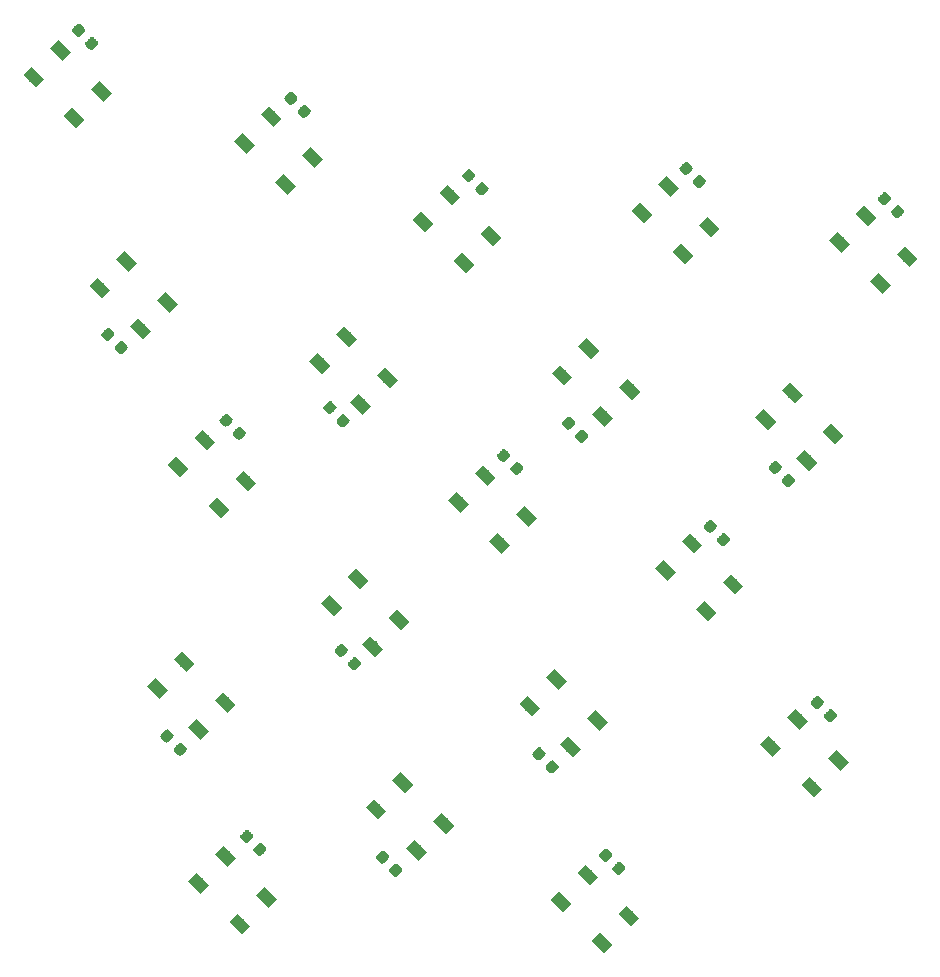
<source format=gtp>
G04 #@! TF.GenerationSoftware,KiCad,Pcbnew,5.1.4+dfsg1-1*
G04 #@! TF.CreationDate,2019-11-20T14:25:38+01:00*
G04 #@! TF.ProjectId,LED-Polyhedron,4c45442d-506f-46c7-9968-6564726f6e2e,rev?*
G04 #@! TF.SameCoordinates,Original*
G04 #@! TF.FileFunction,Paste,Top*
G04 #@! TF.FilePolarity,Positive*
%FSLAX46Y46*%
G04 Gerber Fmt 4.6, Leading zero omitted, Abs format (unit mm)*
G04 Created by KiCad (PCBNEW 5.1.4+dfsg1-1) date 2019-11-20 14:25:38*
%MOMM*%
%LPD*%
G04 APERTURE LIST*
%ADD10C,1.000000*%
%ADD11C,0.100000*%
%ADD12C,0.875000*%
G04 APERTURE END LIST*
D10*
X54068959Y-76966218D03*
D11*
G36*
X53185076Y-76789441D02*
G01*
X53892182Y-76082335D01*
X54952842Y-77142995D01*
X54245736Y-77850101D01*
X53185076Y-76789441D01*
X53185076Y-76789441D01*
G37*
D10*
X51806218Y-79228959D03*
D11*
G36*
X50922335Y-79052182D02*
G01*
X51629441Y-78345076D01*
X52690101Y-79405736D01*
X51982995Y-80112842D01*
X50922335Y-79052182D01*
X50922335Y-79052182D01*
G37*
D10*
X57533782Y-80431041D03*
D11*
G36*
X56649899Y-80254264D02*
G01*
X57357005Y-79547158D01*
X58417665Y-80607818D01*
X57710559Y-81314924D01*
X56649899Y-80254264D01*
X56649899Y-80254264D01*
G37*
D10*
X55271041Y-82693782D03*
D11*
G36*
X54387158Y-82517005D02*
G01*
X55094264Y-81809899D01*
X56154924Y-82870559D01*
X55447818Y-83577665D01*
X54387158Y-82517005D01*
X54387158Y-82517005D01*
G37*
G36*
X56744805Y-75853274D02*
G01*
X56766040Y-75856424D01*
X56786864Y-75861640D01*
X56807076Y-75868872D01*
X56826482Y-75878051D01*
X56844895Y-75889087D01*
X56862138Y-75901875D01*
X56878044Y-75916291D01*
X57187403Y-76225650D01*
X57201819Y-76241556D01*
X57214607Y-76258799D01*
X57225643Y-76277212D01*
X57234822Y-76296618D01*
X57242054Y-76316830D01*
X57247270Y-76337654D01*
X57250420Y-76358889D01*
X57251473Y-76380330D01*
X57250420Y-76401771D01*
X57247270Y-76423006D01*
X57242054Y-76443830D01*
X57234822Y-76464042D01*
X57225643Y-76483448D01*
X57214607Y-76501861D01*
X57201819Y-76519104D01*
X57187403Y-76535010D01*
X56825010Y-76897403D01*
X56809104Y-76911819D01*
X56791861Y-76924607D01*
X56773448Y-76935643D01*
X56754042Y-76944822D01*
X56733830Y-76952054D01*
X56713006Y-76957270D01*
X56691771Y-76960420D01*
X56670330Y-76961473D01*
X56648889Y-76960420D01*
X56627654Y-76957270D01*
X56606830Y-76952054D01*
X56586618Y-76944822D01*
X56567212Y-76935643D01*
X56548799Y-76924607D01*
X56531556Y-76911819D01*
X56515650Y-76897403D01*
X56206291Y-76588044D01*
X56191875Y-76572138D01*
X56179087Y-76554895D01*
X56168051Y-76536482D01*
X56158872Y-76517076D01*
X56151640Y-76496864D01*
X56146424Y-76476040D01*
X56143274Y-76454805D01*
X56142221Y-76433364D01*
X56143274Y-76411923D01*
X56146424Y-76390688D01*
X56151640Y-76369864D01*
X56158872Y-76349652D01*
X56168051Y-76330246D01*
X56179087Y-76311833D01*
X56191875Y-76294590D01*
X56206291Y-76278684D01*
X56568684Y-75916291D01*
X56584590Y-75901875D01*
X56601833Y-75889087D01*
X56620246Y-75878051D01*
X56639652Y-75868872D01*
X56659864Y-75861640D01*
X56680688Y-75856424D01*
X56701923Y-75853274D01*
X56723364Y-75852221D01*
X56744805Y-75853274D01*
X56744805Y-75853274D01*
G37*
D12*
X56696847Y-76406847D03*
D11*
G36*
X55631111Y-74739580D02*
G01*
X55652346Y-74742730D01*
X55673170Y-74747946D01*
X55693382Y-74755178D01*
X55712788Y-74764357D01*
X55731201Y-74775393D01*
X55748444Y-74788181D01*
X55764350Y-74802597D01*
X56073709Y-75111956D01*
X56088125Y-75127862D01*
X56100913Y-75145105D01*
X56111949Y-75163518D01*
X56121128Y-75182924D01*
X56128360Y-75203136D01*
X56133576Y-75223960D01*
X56136726Y-75245195D01*
X56137779Y-75266636D01*
X56136726Y-75288077D01*
X56133576Y-75309312D01*
X56128360Y-75330136D01*
X56121128Y-75350348D01*
X56111949Y-75369754D01*
X56100913Y-75388167D01*
X56088125Y-75405410D01*
X56073709Y-75421316D01*
X55711316Y-75783709D01*
X55695410Y-75798125D01*
X55678167Y-75810913D01*
X55659754Y-75821949D01*
X55640348Y-75831128D01*
X55620136Y-75838360D01*
X55599312Y-75843576D01*
X55578077Y-75846726D01*
X55556636Y-75847779D01*
X55535195Y-75846726D01*
X55513960Y-75843576D01*
X55493136Y-75838360D01*
X55472924Y-75831128D01*
X55453518Y-75821949D01*
X55435105Y-75810913D01*
X55417862Y-75798125D01*
X55401956Y-75783709D01*
X55092597Y-75474350D01*
X55078181Y-75458444D01*
X55065393Y-75441201D01*
X55054357Y-75422788D01*
X55045178Y-75403382D01*
X55037946Y-75383170D01*
X55032730Y-75362346D01*
X55029580Y-75341111D01*
X55028527Y-75319670D01*
X55029580Y-75298229D01*
X55032730Y-75276994D01*
X55037946Y-75256170D01*
X55045178Y-75235958D01*
X55054357Y-75216552D01*
X55065393Y-75198139D01*
X55078181Y-75180896D01*
X55092597Y-75164990D01*
X55454990Y-74802597D01*
X55470896Y-74788181D01*
X55488139Y-74775393D01*
X55506552Y-74764357D01*
X55525958Y-74755178D01*
X55546170Y-74747946D01*
X55566994Y-74742730D01*
X55588229Y-74739580D01*
X55609670Y-74738527D01*
X55631111Y-74739580D01*
X55631111Y-74739580D01*
G37*
D12*
X55583153Y-75293153D03*
D11*
G36*
X25241111Y-73139580D02*
G01*
X25262346Y-73142730D01*
X25283170Y-73147946D01*
X25303382Y-73155178D01*
X25322788Y-73164357D01*
X25341201Y-73175393D01*
X25358444Y-73188181D01*
X25374350Y-73202597D01*
X25683709Y-73511956D01*
X25698125Y-73527862D01*
X25710913Y-73545105D01*
X25721949Y-73563518D01*
X25731128Y-73582924D01*
X25738360Y-73603136D01*
X25743576Y-73623960D01*
X25746726Y-73645195D01*
X25747779Y-73666636D01*
X25746726Y-73688077D01*
X25743576Y-73709312D01*
X25738360Y-73730136D01*
X25731128Y-73750348D01*
X25721949Y-73769754D01*
X25710913Y-73788167D01*
X25698125Y-73805410D01*
X25683709Y-73821316D01*
X25321316Y-74183709D01*
X25305410Y-74198125D01*
X25288167Y-74210913D01*
X25269754Y-74221949D01*
X25250348Y-74231128D01*
X25230136Y-74238360D01*
X25209312Y-74243576D01*
X25188077Y-74246726D01*
X25166636Y-74247779D01*
X25145195Y-74246726D01*
X25123960Y-74243576D01*
X25103136Y-74238360D01*
X25082924Y-74231128D01*
X25063518Y-74221949D01*
X25045105Y-74210913D01*
X25027862Y-74198125D01*
X25011956Y-74183709D01*
X24702597Y-73874350D01*
X24688181Y-73858444D01*
X24675393Y-73841201D01*
X24664357Y-73822788D01*
X24655178Y-73803382D01*
X24647946Y-73783170D01*
X24642730Y-73762346D01*
X24639580Y-73741111D01*
X24638527Y-73719670D01*
X24639580Y-73698229D01*
X24642730Y-73676994D01*
X24647946Y-73656170D01*
X24655178Y-73635958D01*
X24664357Y-73616552D01*
X24675393Y-73598139D01*
X24688181Y-73580896D01*
X24702597Y-73564990D01*
X25064990Y-73202597D01*
X25080896Y-73188181D01*
X25098139Y-73175393D01*
X25116552Y-73164357D01*
X25135958Y-73155178D01*
X25156170Y-73147946D01*
X25176994Y-73142730D01*
X25198229Y-73139580D01*
X25219670Y-73138527D01*
X25241111Y-73139580D01*
X25241111Y-73139580D01*
G37*
D12*
X25193153Y-73693153D03*
D11*
G36*
X26354805Y-74253274D02*
G01*
X26376040Y-74256424D01*
X26396864Y-74261640D01*
X26417076Y-74268872D01*
X26436482Y-74278051D01*
X26454895Y-74289087D01*
X26472138Y-74301875D01*
X26488044Y-74316291D01*
X26797403Y-74625650D01*
X26811819Y-74641556D01*
X26824607Y-74658799D01*
X26835643Y-74677212D01*
X26844822Y-74696618D01*
X26852054Y-74716830D01*
X26857270Y-74737654D01*
X26860420Y-74758889D01*
X26861473Y-74780330D01*
X26860420Y-74801771D01*
X26857270Y-74823006D01*
X26852054Y-74843830D01*
X26844822Y-74864042D01*
X26835643Y-74883448D01*
X26824607Y-74901861D01*
X26811819Y-74919104D01*
X26797403Y-74935010D01*
X26435010Y-75297403D01*
X26419104Y-75311819D01*
X26401861Y-75324607D01*
X26383448Y-75335643D01*
X26364042Y-75344822D01*
X26343830Y-75352054D01*
X26323006Y-75357270D01*
X26301771Y-75360420D01*
X26280330Y-75361473D01*
X26258889Y-75360420D01*
X26237654Y-75357270D01*
X26216830Y-75352054D01*
X26196618Y-75344822D01*
X26177212Y-75335643D01*
X26158799Y-75324607D01*
X26141556Y-75311819D01*
X26125650Y-75297403D01*
X25816291Y-74988044D01*
X25801875Y-74972138D01*
X25789087Y-74954895D01*
X25778051Y-74936482D01*
X25768872Y-74917076D01*
X25761640Y-74896864D01*
X25756424Y-74876040D01*
X25753274Y-74854805D01*
X25752221Y-74833364D01*
X25753274Y-74811923D01*
X25756424Y-74790688D01*
X25761640Y-74769864D01*
X25768872Y-74749652D01*
X25778051Y-74730246D01*
X25789087Y-74711833D01*
X25801875Y-74694590D01*
X25816291Y-74678684D01*
X26178684Y-74316291D01*
X26194590Y-74301875D01*
X26211833Y-74289087D01*
X26230246Y-74278051D01*
X26249652Y-74268872D01*
X26269864Y-74261640D01*
X26290688Y-74256424D01*
X26311923Y-74253274D01*
X26333364Y-74252221D01*
X26354805Y-74253274D01*
X26354805Y-74253274D01*
G37*
D12*
X26306847Y-74806847D03*
D11*
G36*
X74654805Y-62913274D02*
G01*
X74676040Y-62916424D01*
X74696864Y-62921640D01*
X74717076Y-62928872D01*
X74736482Y-62938051D01*
X74754895Y-62949087D01*
X74772138Y-62961875D01*
X74788044Y-62976291D01*
X75097403Y-63285650D01*
X75111819Y-63301556D01*
X75124607Y-63318799D01*
X75135643Y-63337212D01*
X75144822Y-63356618D01*
X75152054Y-63376830D01*
X75157270Y-63397654D01*
X75160420Y-63418889D01*
X75161473Y-63440330D01*
X75160420Y-63461771D01*
X75157270Y-63483006D01*
X75152054Y-63503830D01*
X75144822Y-63524042D01*
X75135643Y-63543448D01*
X75124607Y-63561861D01*
X75111819Y-63579104D01*
X75097403Y-63595010D01*
X74735010Y-63957403D01*
X74719104Y-63971819D01*
X74701861Y-63984607D01*
X74683448Y-63995643D01*
X74664042Y-64004822D01*
X74643830Y-64012054D01*
X74623006Y-64017270D01*
X74601771Y-64020420D01*
X74580330Y-64021473D01*
X74558889Y-64020420D01*
X74537654Y-64017270D01*
X74516830Y-64012054D01*
X74496618Y-64004822D01*
X74477212Y-63995643D01*
X74458799Y-63984607D01*
X74441556Y-63971819D01*
X74425650Y-63957403D01*
X74116291Y-63648044D01*
X74101875Y-63632138D01*
X74089087Y-63614895D01*
X74078051Y-63596482D01*
X74068872Y-63577076D01*
X74061640Y-63556864D01*
X74056424Y-63536040D01*
X74053274Y-63514805D01*
X74052221Y-63493364D01*
X74053274Y-63471923D01*
X74056424Y-63450688D01*
X74061640Y-63429864D01*
X74068872Y-63409652D01*
X74078051Y-63390246D01*
X74089087Y-63371833D01*
X74101875Y-63354590D01*
X74116291Y-63338684D01*
X74478684Y-62976291D01*
X74494590Y-62961875D01*
X74511833Y-62949087D01*
X74530246Y-62938051D01*
X74549652Y-62928872D01*
X74569864Y-62921640D01*
X74590688Y-62916424D01*
X74611923Y-62913274D01*
X74633364Y-62912221D01*
X74654805Y-62913274D01*
X74654805Y-62913274D01*
G37*
D12*
X74606847Y-63466847D03*
D11*
G36*
X73541111Y-61799580D02*
G01*
X73562346Y-61802730D01*
X73583170Y-61807946D01*
X73603382Y-61815178D01*
X73622788Y-61824357D01*
X73641201Y-61835393D01*
X73658444Y-61848181D01*
X73674350Y-61862597D01*
X73983709Y-62171956D01*
X73998125Y-62187862D01*
X74010913Y-62205105D01*
X74021949Y-62223518D01*
X74031128Y-62242924D01*
X74038360Y-62263136D01*
X74043576Y-62283960D01*
X74046726Y-62305195D01*
X74047779Y-62326636D01*
X74046726Y-62348077D01*
X74043576Y-62369312D01*
X74038360Y-62390136D01*
X74031128Y-62410348D01*
X74021949Y-62429754D01*
X74010913Y-62448167D01*
X73998125Y-62465410D01*
X73983709Y-62481316D01*
X73621316Y-62843709D01*
X73605410Y-62858125D01*
X73588167Y-62870913D01*
X73569754Y-62881949D01*
X73550348Y-62891128D01*
X73530136Y-62898360D01*
X73509312Y-62903576D01*
X73488077Y-62906726D01*
X73466636Y-62907779D01*
X73445195Y-62906726D01*
X73423960Y-62903576D01*
X73403136Y-62898360D01*
X73382924Y-62891128D01*
X73363518Y-62881949D01*
X73345105Y-62870913D01*
X73327862Y-62858125D01*
X73311956Y-62843709D01*
X73002597Y-62534350D01*
X72988181Y-62518444D01*
X72975393Y-62501201D01*
X72964357Y-62482788D01*
X72955178Y-62463382D01*
X72947946Y-62443170D01*
X72942730Y-62422346D01*
X72939580Y-62401111D01*
X72938527Y-62379670D01*
X72939580Y-62358229D01*
X72942730Y-62336994D01*
X72947946Y-62316170D01*
X72955178Y-62295958D01*
X72964357Y-62276552D01*
X72975393Y-62258139D01*
X72988181Y-62240896D01*
X73002597Y-62224990D01*
X73364990Y-61862597D01*
X73380896Y-61848181D01*
X73398139Y-61835393D01*
X73416552Y-61824357D01*
X73435958Y-61815178D01*
X73456170Y-61807946D01*
X73476994Y-61802730D01*
X73498229Y-61799580D01*
X73519670Y-61798527D01*
X73541111Y-61799580D01*
X73541111Y-61799580D01*
G37*
D12*
X73493153Y-62353153D03*
D11*
G36*
X37854805Y-76003274D02*
G01*
X37876040Y-76006424D01*
X37896864Y-76011640D01*
X37917076Y-76018872D01*
X37936482Y-76028051D01*
X37954895Y-76039087D01*
X37972138Y-76051875D01*
X37988044Y-76066291D01*
X38297403Y-76375650D01*
X38311819Y-76391556D01*
X38324607Y-76408799D01*
X38335643Y-76427212D01*
X38344822Y-76446618D01*
X38352054Y-76466830D01*
X38357270Y-76487654D01*
X38360420Y-76508889D01*
X38361473Y-76530330D01*
X38360420Y-76551771D01*
X38357270Y-76573006D01*
X38352054Y-76593830D01*
X38344822Y-76614042D01*
X38335643Y-76633448D01*
X38324607Y-76651861D01*
X38311819Y-76669104D01*
X38297403Y-76685010D01*
X37935010Y-77047403D01*
X37919104Y-77061819D01*
X37901861Y-77074607D01*
X37883448Y-77085643D01*
X37864042Y-77094822D01*
X37843830Y-77102054D01*
X37823006Y-77107270D01*
X37801771Y-77110420D01*
X37780330Y-77111473D01*
X37758889Y-77110420D01*
X37737654Y-77107270D01*
X37716830Y-77102054D01*
X37696618Y-77094822D01*
X37677212Y-77085643D01*
X37658799Y-77074607D01*
X37641556Y-77061819D01*
X37625650Y-77047403D01*
X37316291Y-76738044D01*
X37301875Y-76722138D01*
X37289087Y-76704895D01*
X37278051Y-76686482D01*
X37268872Y-76667076D01*
X37261640Y-76646864D01*
X37256424Y-76626040D01*
X37253274Y-76604805D01*
X37252221Y-76583364D01*
X37253274Y-76561923D01*
X37256424Y-76540688D01*
X37261640Y-76519864D01*
X37268872Y-76499652D01*
X37278051Y-76480246D01*
X37289087Y-76461833D01*
X37301875Y-76444590D01*
X37316291Y-76428684D01*
X37678684Y-76066291D01*
X37694590Y-76051875D01*
X37711833Y-76039087D01*
X37730246Y-76028051D01*
X37749652Y-76018872D01*
X37769864Y-76011640D01*
X37790688Y-76006424D01*
X37811923Y-76003274D01*
X37833364Y-76002221D01*
X37854805Y-76003274D01*
X37854805Y-76003274D01*
G37*
D12*
X37806847Y-76556847D03*
D11*
G36*
X36741111Y-74889580D02*
G01*
X36762346Y-74892730D01*
X36783170Y-74897946D01*
X36803382Y-74905178D01*
X36822788Y-74914357D01*
X36841201Y-74925393D01*
X36858444Y-74938181D01*
X36874350Y-74952597D01*
X37183709Y-75261956D01*
X37198125Y-75277862D01*
X37210913Y-75295105D01*
X37221949Y-75313518D01*
X37231128Y-75332924D01*
X37238360Y-75353136D01*
X37243576Y-75373960D01*
X37246726Y-75395195D01*
X37247779Y-75416636D01*
X37246726Y-75438077D01*
X37243576Y-75459312D01*
X37238360Y-75480136D01*
X37231128Y-75500348D01*
X37221949Y-75519754D01*
X37210913Y-75538167D01*
X37198125Y-75555410D01*
X37183709Y-75571316D01*
X36821316Y-75933709D01*
X36805410Y-75948125D01*
X36788167Y-75960913D01*
X36769754Y-75971949D01*
X36750348Y-75981128D01*
X36730136Y-75988360D01*
X36709312Y-75993576D01*
X36688077Y-75996726D01*
X36666636Y-75997779D01*
X36645195Y-75996726D01*
X36623960Y-75993576D01*
X36603136Y-75988360D01*
X36582924Y-75981128D01*
X36563518Y-75971949D01*
X36545105Y-75960913D01*
X36527862Y-75948125D01*
X36511956Y-75933709D01*
X36202597Y-75624350D01*
X36188181Y-75608444D01*
X36175393Y-75591201D01*
X36164357Y-75572788D01*
X36155178Y-75553382D01*
X36147946Y-75533170D01*
X36142730Y-75512346D01*
X36139580Y-75491111D01*
X36138527Y-75469670D01*
X36139580Y-75448229D01*
X36142730Y-75426994D01*
X36147946Y-75406170D01*
X36155178Y-75385958D01*
X36164357Y-75366552D01*
X36175393Y-75348139D01*
X36188181Y-75330896D01*
X36202597Y-75314990D01*
X36564990Y-74952597D01*
X36580896Y-74938181D01*
X36598139Y-74925393D01*
X36616552Y-74914357D01*
X36635958Y-74905178D01*
X36656170Y-74897946D01*
X36676994Y-74892730D01*
X36698229Y-74889580D01*
X36719670Y-74888527D01*
X36741111Y-74889580D01*
X36741111Y-74889580D01*
G37*
D12*
X36693153Y-75443153D03*
D10*
X73031041Y-69513782D03*
D11*
G36*
X72147158Y-69337005D02*
G01*
X72854264Y-68629899D01*
X73914924Y-69690559D01*
X73207818Y-70397665D01*
X72147158Y-69337005D01*
X72147158Y-69337005D01*
G37*
D10*
X75293782Y-67251041D03*
D11*
G36*
X74409899Y-67074264D02*
G01*
X75117005Y-66367158D01*
X76177665Y-67427818D01*
X75470559Y-68134924D01*
X74409899Y-67074264D01*
X74409899Y-67074264D01*
G37*
D10*
X69566218Y-66048959D03*
D11*
G36*
X68682335Y-65872182D02*
G01*
X69389441Y-65165076D01*
X70450101Y-66225736D01*
X69742995Y-66932842D01*
X68682335Y-65872182D01*
X68682335Y-65872182D01*
G37*
D10*
X71828959Y-63786218D03*
D11*
G36*
X70945076Y-63609441D02*
G01*
X71652182Y-62902335D01*
X72712842Y-63962995D01*
X72005736Y-64670101D01*
X70945076Y-63609441D01*
X70945076Y-63609441D01*
G37*
D10*
X23398959Y-75386218D03*
D11*
G36*
X22515076Y-75209441D02*
G01*
X23222182Y-74502335D01*
X24282842Y-75562995D01*
X23575736Y-76270101D01*
X22515076Y-75209441D01*
X22515076Y-75209441D01*
G37*
D10*
X21136218Y-77648959D03*
D11*
G36*
X20252335Y-77472182D02*
G01*
X20959441Y-76765076D01*
X22020101Y-77825736D01*
X21312995Y-78532842D01*
X20252335Y-77472182D01*
X20252335Y-77472182D01*
G37*
D10*
X26863782Y-78851041D03*
D11*
G36*
X25979899Y-78674264D02*
G01*
X26687005Y-77967158D01*
X27747665Y-79027818D01*
X27040559Y-79734924D01*
X25979899Y-78674264D01*
X25979899Y-78674264D01*
G37*
D10*
X24601041Y-81113782D03*
D11*
G36*
X23717158Y-80937005D02*
G01*
X24424264Y-80229899D01*
X25484924Y-81290559D01*
X24777818Y-81997665D01*
X23717158Y-80937005D01*
X23717158Y-80937005D01*
G37*
D10*
X38398959Y-69136218D03*
D11*
G36*
X39282842Y-69312995D02*
G01*
X38575736Y-70020101D01*
X37515076Y-68959441D01*
X38222182Y-68252335D01*
X39282842Y-69312995D01*
X39282842Y-69312995D01*
G37*
D10*
X36136218Y-71398959D03*
D11*
G36*
X37020101Y-71575736D02*
G01*
X36312995Y-72282842D01*
X35252335Y-71222182D01*
X35959441Y-70515076D01*
X37020101Y-71575736D01*
X37020101Y-71575736D01*
G37*
D10*
X41863782Y-72601041D03*
D11*
G36*
X42747665Y-72777818D02*
G01*
X42040559Y-73484924D01*
X40979899Y-72424264D01*
X41687005Y-71717158D01*
X42747665Y-72777818D01*
X42747665Y-72777818D01*
G37*
D10*
X39601041Y-74863782D03*
D11*
G36*
X40484924Y-75040559D02*
G01*
X39777818Y-75747665D01*
X38717158Y-74687005D01*
X39424264Y-73979899D01*
X40484924Y-75040559D01*
X40484924Y-75040559D01*
G37*
G36*
X62434311Y-16582780D02*
G01*
X62455546Y-16585930D01*
X62476370Y-16591146D01*
X62496582Y-16598378D01*
X62515988Y-16607557D01*
X62534401Y-16618593D01*
X62551644Y-16631381D01*
X62567550Y-16645797D01*
X62876909Y-16955156D01*
X62891325Y-16971062D01*
X62904113Y-16988305D01*
X62915149Y-17006718D01*
X62924328Y-17026124D01*
X62931560Y-17046336D01*
X62936776Y-17067160D01*
X62939926Y-17088395D01*
X62940979Y-17109836D01*
X62939926Y-17131277D01*
X62936776Y-17152512D01*
X62931560Y-17173336D01*
X62924328Y-17193548D01*
X62915149Y-17212954D01*
X62904113Y-17231367D01*
X62891325Y-17248610D01*
X62876909Y-17264516D01*
X62514516Y-17626909D01*
X62498610Y-17641325D01*
X62481367Y-17654113D01*
X62462954Y-17665149D01*
X62443548Y-17674328D01*
X62423336Y-17681560D01*
X62402512Y-17686776D01*
X62381277Y-17689926D01*
X62359836Y-17690979D01*
X62338395Y-17689926D01*
X62317160Y-17686776D01*
X62296336Y-17681560D01*
X62276124Y-17674328D01*
X62256718Y-17665149D01*
X62238305Y-17654113D01*
X62221062Y-17641325D01*
X62205156Y-17626909D01*
X61895797Y-17317550D01*
X61881381Y-17301644D01*
X61868593Y-17284401D01*
X61857557Y-17265988D01*
X61848378Y-17246582D01*
X61841146Y-17226370D01*
X61835930Y-17205546D01*
X61832780Y-17184311D01*
X61831727Y-17162870D01*
X61832780Y-17141429D01*
X61835930Y-17120194D01*
X61841146Y-17099370D01*
X61848378Y-17079158D01*
X61857557Y-17059752D01*
X61868593Y-17041339D01*
X61881381Y-17024096D01*
X61895797Y-17008190D01*
X62258190Y-16645797D01*
X62274096Y-16631381D01*
X62291339Y-16618593D01*
X62309752Y-16607557D01*
X62329158Y-16598378D01*
X62349370Y-16591146D01*
X62370194Y-16585930D01*
X62391429Y-16582780D01*
X62412870Y-16581727D01*
X62434311Y-16582780D01*
X62434311Y-16582780D01*
G37*
D12*
X62386353Y-17136353D03*
D11*
G36*
X63548005Y-17696474D02*
G01*
X63569240Y-17699624D01*
X63590064Y-17704840D01*
X63610276Y-17712072D01*
X63629682Y-17721251D01*
X63648095Y-17732287D01*
X63665338Y-17745075D01*
X63681244Y-17759491D01*
X63990603Y-18068850D01*
X64005019Y-18084756D01*
X64017807Y-18101999D01*
X64028843Y-18120412D01*
X64038022Y-18139818D01*
X64045254Y-18160030D01*
X64050470Y-18180854D01*
X64053620Y-18202089D01*
X64054673Y-18223530D01*
X64053620Y-18244971D01*
X64050470Y-18266206D01*
X64045254Y-18287030D01*
X64038022Y-18307242D01*
X64028843Y-18326648D01*
X64017807Y-18345061D01*
X64005019Y-18362304D01*
X63990603Y-18378210D01*
X63628210Y-18740603D01*
X63612304Y-18755019D01*
X63595061Y-18767807D01*
X63576648Y-18778843D01*
X63557242Y-18788022D01*
X63537030Y-18795254D01*
X63516206Y-18800470D01*
X63494971Y-18803620D01*
X63473530Y-18804673D01*
X63452089Y-18803620D01*
X63430854Y-18800470D01*
X63410030Y-18795254D01*
X63389818Y-18788022D01*
X63370412Y-18778843D01*
X63351999Y-18767807D01*
X63334756Y-18755019D01*
X63318850Y-18740603D01*
X63009491Y-18431244D01*
X62995075Y-18415338D01*
X62982287Y-18398095D01*
X62971251Y-18379682D01*
X62962072Y-18360276D01*
X62954840Y-18340064D01*
X62949624Y-18319240D01*
X62946474Y-18298005D01*
X62945421Y-18276564D01*
X62946474Y-18255123D01*
X62949624Y-18233888D01*
X62954840Y-18213064D01*
X62962072Y-18192852D01*
X62971251Y-18173446D01*
X62982287Y-18155033D01*
X62995075Y-18137790D01*
X63009491Y-18121884D01*
X63371884Y-17759491D01*
X63387790Y-17745075D01*
X63405033Y-17732287D01*
X63423446Y-17721251D01*
X63442852Y-17712072D01*
X63463064Y-17704840D01*
X63483888Y-17699624D01*
X63505123Y-17696474D01*
X63526564Y-17695421D01*
X63548005Y-17696474D01*
X63548005Y-17696474D01*
G37*
D12*
X63500047Y-18250047D03*
D11*
G36*
X33241111Y-57389580D02*
G01*
X33262346Y-57392730D01*
X33283170Y-57397946D01*
X33303382Y-57405178D01*
X33322788Y-57414357D01*
X33341201Y-57425393D01*
X33358444Y-57438181D01*
X33374350Y-57452597D01*
X33683709Y-57761956D01*
X33698125Y-57777862D01*
X33710913Y-57795105D01*
X33721949Y-57813518D01*
X33731128Y-57832924D01*
X33738360Y-57853136D01*
X33743576Y-57873960D01*
X33746726Y-57895195D01*
X33747779Y-57916636D01*
X33746726Y-57938077D01*
X33743576Y-57959312D01*
X33738360Y-57980136D01*
X33731128Y-58000348D01*
X33721949Y-58019754D01*
X33710913Y-58038167D01*
X33698125Y-58055410D01*
X33683709Y-58071316D01*
X33321316Y-58433709D01*
X33305410Y-58448125D01*
X33288167Y-58460913D01*
X33269754Y-58471949D01*
X33250348Y-58481128D01*
X33230136Y-58488360D01*
X33209312Y-58493576D01*
X33188077Y-58496726D01*
X33166636Y-58497779D01*
X33145195Y-58496726D01*
X33123960Y-58493576D01*
X33103136Y-58488360D01*
X33082924Y-58481128D01*
X33063518Y-58471949D01*
X33045105Y-58460913D01*
X33027862Y-58448125D01*
X33011956Y-58433709D01*
X32702597Y-58124350D01*
X32688181Y-58108444D01*
X32675393Y-58091201D01*
X32664357Y-58072788D01*
X32655178Y-58053382D01*
X32647946Y-58033170D01*
X32642730Y-58012346D01*
X32639580Y-57991111D01*
X32638527Y-57969670D01*
X32639580Y-57948229D01*
X32642730Y-57926994D01*
X32647946Y-57906170D01*
X32655178Y-57885958D01*
X32664357Y-57866552D01*
X32675393Y-57848139D01*
X32688181Y-57830896D01*
X32702597Y-57814990D01*
X33064990Y-57452597D01*
X33080896Y-57438181D01*
X33098139Y-57425393D01*
X33116552Y-57414357D01*
X33135958Y-57405178D01*
X33156170Y-57397946D01*
X33176994Y-57392730D01*
X33198229Y-57389580D01*
X33219670Y-57388527D01*
X33241111Y-57389580D01*
X33241111Y-57389580D01*
G37*
D12*
X33193153Y-57943153D03*
D11*
G36*
X34354805Y-58503274D02*
G01*
X34376040Y-58506424D01*
X34396864Y-58511640D01*
X34417076Y-58518872D01*
X34436482Y-58528051D01*
X34454895Y-58539087D01*
X34472138Y-58551875D01*
X34488044Y-58566291D01*
X34797403Y-58875650D01*
X34811819Y-58891556D01*
X34824607Y-58908799D01*
X34835643Y-58927212D01*
X34844822Y-58946618D01*
X34852054Y-58966830D01*
X34857270Y-58987654D01*
X34860420Y-59008889D01*
X34861473Y-59030330D01*
X34860420Y-59051771D01*
X34857270Y-59073006D01*
X34852054Y-59093830D01*
X34844822Y-59114042D01*
X34835643Y-59133448D01*
X34824607Y-59151861D01*
X34811819Y-59169104D01*
X34797403Y-59185010D01*
X34435010Y-59547403D01*
X34419104Y-59561819D01*
X34401861Y-59574607D01*
X34383448Y-59585643D01*
X34364042Y-59594822D01*
X34343830Y-59602054D01*
X34323006Y-59607270D01*
X34301771Y-59610420D01*
X34280330Y-59611473D01*
X34258889Y-59610420D01*
X34237654Y-59607270D01*
X34216830Y-59602054D01*
X34196618Y-59594822D01*
X34177212Y-59585643D01*
X34158799Y-59574607D01*
X34141556Y-59561819D01*
X34125650Y-59547403D01*
X33816291Y-59238044D01*
X33801875Y-59222138D01*
X33789087Y-59204895D01*
X33778051Y-59186482D01*
X33768872Y-59167076D01*
X33761640Y-59146864D01*
X33756424Y-59126040D01*
X33753274Y-59104805D01*
X33752221Y-59083364D01*
X33753274Y-59061923D01*
X33756424Y-59040688D01*
X33761640Y-59019864D01*
X33768872Y-58999652D01*
X33778051Y-58980246D01*
X33789087Y-58961833D01*
X33801875Y-58944590D01*
X33816291Y-58928684D01*
X34178684Y-58566291D01*
X34194590Y-58551875D01*
X34211833Y-58539087D01*
X34230246Y-58528051D01*
X34249652Y-58518872D01*
X34269864Y-58511640D01*
X34290688Y-58506424D01*
X34311923Y-58503274D01*
X34333364Y-58502221D01*
X34354805Y-58503274D01*
X34354805Y-58503274D01*
G37*
D12*
X34306847Y-59056847D03*
D11*
G36*
X19604805Y-65753274D02*
G01*
X19626040Y-65756424D01*
X19646864Y-65761640D01*
X19667076Y-65768872D01*
X19686482Y-65778051D01*
X19704895Y-65789087D01*
X19722138Y-65801875D01*
X19738044Y-65816291D01*
X20047403Y-66125650D01*
X20061819Y-66141556D01*
X20074607Y-66158799D01*
X20085643Y-66177212D01*
X20094822Y-66196618D01*
X20102054Y-66216830D01*
X20107270Y-66237654D01*
X20110420Y-66258889D01*
X20111473Y-66280330D01*
X20110420Y-66301771D01*
X20107270Y-66323006D01*
X20102054Y-66343830D01*
X20094822Y-66364042D01*
X20085643Y-66383448D01*
X20074607Y-66401861D01*
X20061819Y-66419104D01*
X20047403Y-66435010D01*
X19685010Y-66797403D01*
X19669104Y-66811819D01*
X19651861Y-66824607D01*
X19633448Y-66835643D01*
X19614042Y-66844822D01*
X19593830Y-66852054D01*
X19573006Y-66857270D01*
X19551771Y-66860420D01*
X19530330Y-66861473D01*
X19508889Y-66860420D01*
X19487654Y-66857270D01*
X19466830Y-66852054D01*
X19446618Y-66844822D01*
X19427212Y-66835643D01*
X19408799Y-66824607D01*
X19391556Y-66811819D01*
X19375650Y-66797403D01*
X19066291Y-66488044D01*
X19051875Y-66472138D01*
X19039087Y-66454895D01*
X19028051Y-66436482D01*
X19018872Y-66417076D01*
X19011640Y-66396864D01*
X19006424Y-66376040D01*
X19003274Y-66354805D01*
X19002221Y-66333364D01*
X19003274Y-66311923D01*
X19006424Y-66290688D01*
X19011640Y-66269864D01*
X19018872Y-66249652D01*
X19028051Y-66230246D01*
X19039087Y-66211833D01*
X19051875Y-66194590D01*
X19066291Y-66178684D01*
X19428684Y-65816291D01*
X19444590Y-65801875D01*
X19461833Y-65789087D01*
X19480246Y-65778051D01*
X19499652Y-65768872D01*
X19519864Y-65761640D01*
X19540688Y-65756424D01*
X19561923Y-65753274D01*
X19583364Y-65752221D01*
X19604805Y-65753274D01*
X19604805Y-65753274D01*
G37*
D12*
X19556847Y-66306847D03*
D11*
G36*
X18491111Y-64639580D02*
G01*
X18512346Y-64642730D01*
X18533170Y-64647946D01*
X18553382Y-64655178D01*
X18572788Y-64664357D01*
X18591201Y-64675393D01*
X18608444Y-64688181D01*
X18624350Y-64702597D01*
X18933709Y-65011956D01*
X18948125Y-65027862D01*
X18960913Y-65045105D01*
X18971949Y-65063518D01*
X18981128Y-65082924D01*
X18988360Y-65103136D01*
X18993576Y-65123960D01*
X18996726Y-65145195D01*
X18997779Y-65166636D01*
X18996726Y-65188077D01*
X18993576Y-65209312D01*
X18988360Y-65230136D01*
X18981128Y-65250348D01*
X18971949Y-65269754D01*
X18960913Y-65288167D01*
X18948125Y-65305410D01*
X18933709Y-65321316D01*
X18571316Y-65683709D01*
X18555410Y-65698125D01*
X18538167Y-65710913D01*
X18519754Y-65721949D01*
X18500348Y-65731128D01*
X18480136Y-65738360D01*
X18459312Y-65743576D01*
X18438077Y-65746726D01*
X18416636Y-65747779D01*
X18395195Y-65746726D01*
X18373960Y-65743576D01*
X18353136Y-65738360D01*
X18332924Y-65731128D01*
X18313518Y-65721949D01*
X18295105Y-65710913D01*
X18277862Y-65698125D01*
X18261956Y-65683709D01*
X17952597Y-65374350D01*
X17938181Y-65358444D01*
X17925393Y-65341201D01*
X17914357Y-65322788D01*
X17905178Y-65303382D01*
X17897946Y-65283170D01*
X17892730Y-65262346D01*
X17889580Y-65241111D01*
X17888527Y-65219670D01*
X17889580Y-65198229D01*
X17892730Y-65176994D01*
X17897946Y-65156170D01*
X17905178Y-65135958D01*
X17914357Y-65116552D01*
X17925393Y-65098139D01*
X17938181Y-65080896D01*
X17952597Y-65064990D01*
X18314990Y-64702597D01*
X18330896Y-64688181D01*
X18348139Y-64675393D01*
X18366552Y-64664357D01*
X18385958Y-64655178D01*
X18406170Y-64647946D01*
X18426994Y-64642730D01*
X18448229Y-64639580D01*
X18469670Y-64638527D01*
X18491111Y-64639580D01*
X18491111Y-64639580D01*
G37*
D12*
X18443153Y-65193153D03*
D11*
G36*
X24604805Y-39003274D02*
G01*
X24626040Y-39006424D01*
X24646864Y-39011640D01*
X24667076Y-39018872D01*
X24686482Y-39028051D01*
X24704895Y-39039087D01*
X24722138Y-39051875D01*
X24738044Y-39066291D01*
X25047403Y-39375650D01*
X25061819Y-39391556D01*
X25074607Y-39408799D01*
X25085643Y-39427212D01*
X25094822Y-39446618D01*
X25102054Y-39466830D01*
X25107270Y-39487654D01*
X25110420Y-39508889D01*
X25111473Y-39530330D01*
X25110420Y-39551771D01*
X25107270Y-39573006D01*
X25102054Y-39593830D01*
X25094822Y-39614042D01*
X25085643Y-39633448D01*
X25074607Y-39651861D01*
X25061819Y-39669104D01*
X25047403Y-39685010D01*
X24685010Y-40047403D01*
X24669104Y-40061819D01*
X24651861Y-40074607D01*
X24633448Y-40085643D01*
X24614042Y-40094822D01*
X24593830Y-40102054D01*
X24573006Y-40107270D01*
X24551771Y-40110420D01*
X24530330Y-40111473D01*
X24508889Y-40110420D01*
X24487654Y-40107270D01*
X24466830Y-40102054D01*
X24446618Y-40094822D01*
X24427212Y-40085643D01*
X24408799Y-40074607D01*
X24391556Y-40061819D01*
X24375650Y-40047403D01*
X24066291Y-39738044D01*
X24051875Y-39722138D01*
X24039087Y-39704895D01*
X24028051Y-39686482D01*
X24018872Y-39667076D01*
X24011640Y-39646864D01*
X24006424Y-39626040D01*
X24003274Y-39604805D01*
X24002221Y-39583364D01*
X24003274Y-39561923D01*
X24006424Y-39540688D01*
X24011640Y-39519864D01*
X24018872Y-39499652D01*
X24028051Y-39480246D01*
X24039087Y-39461833D01*
X24051875Y-39444590D01*
X24066291Y-39428684D01*
X24428684Y-39066291D01*
X24444590Y-39051875D01*
X24461833Y-39039087D01*
X24480246Y-39028051D01*
X24499652Y-39018872D01*
X24519864Y-39011640D01*
X24540688Y-39006424D01*
X24561923Y-39003274D01*
X24583364Y-39002221D01*
X24604805Y-39003274D01*
X24604805Y-39003274D01*
G37*
D12*
X24556847Y-39556847D03*
D11*
G36*
X23491111Y-37889580D02*
G01*
X23512346Y-37892730D01*
X23533170Y-37897946D01*
X23553382Y-37905178D01*
X23572788Y-37914357D01*
X23591201Y-37925393D01*
X23608444Y-37938181D01*
X23624350Y-37952597D01*
X23933709Y-38261956D01*
X23948125Y-38277862D01*
X23960913Y-38295105D01*
X23971949Y-38313518D01*
X23981128Y-38332924D01*
X23988360Y-38353136D01*
X23993576Y-38373960D01*
X23996726Y-38395195D01*
X23997779Y-38416636D01*
X23996726Y-38438077D01*
X23993576Y-38459312D01*
X23988360Y-38480136D01*
X23981128Y-38500348D01*
X23971949Y-38519754D01*
X23960913Y-38538167D01*
X23948125Y-38555410D01*
X23933709Y-38571316D01*
X23571316Y-38933709D01*
X23555410Y-38948125D01*
X23538167Y-38960913D01*
X23519754Y-38971949D01*
X23500348Y-38981128D01*
X23480136Y-38988360D01*
X23459312Y-38993576D01*
X23438077Y-38996726D01*
X23416636Y-38997779D01*
X23395195Y-38996726D01*
X23373960Y-38993576D01*
X23353136Y-38988360D01*
X23332924Y-38981128D01*
X23313518Y-38971949D01*
X23295105Y-38960913D01*
X23277862Y-38948125D01*
X23261956Y-38933709D01*
X22952597Y-38624350D01*
X22938181Y-38608444D01*
X22925393Y-38591201D01*
X22914357Y-38572788D01*
X22905178Y-38553382D01*
X22897946Y-38533170D01*
X22892730Y-38512346D01*
X22889580Y-38491111D01*
X22888527Y-38469670D01*
X22889580Y-38448229D01*
X22892730Y-38426994D01*
X22897946Y-38406170D01*
X22905178Y-38385958D01*
X22914357Y-38366552D01*
X22925393Y-38348139D01*
X22938181Y-38330896D01*
X22952597Y-38314990D01*
X23314990Y-37952597D01*
X23330896Y-37938181D01*
X23348139Y-37925393D01*
X23366552Y-37914357D01*
X23385958Y-37905178D01*
X23406170Y-37897946D01*
X23426994Y-37892730D01*
X23448229Y-37889580D01*
X23469670Y-37888527D01*
X23491111Y-37889580D01*
X23491111Y-37889580D01*
G37*
D12*
X23443153Y-38443153D03*
D11*
G36*
X46991111Y-40889580D02*
G01*
X47012346Y-40892730D01*
X47033170Y-40897946D01*
X47053382Y-40905178D01*
X47072788Y-40914357D01*
X47091201Y-40925393D01*
X47108444Y-40938181D01*
X47124350Y-40952597D01*
X47433709Y-41261956D01*
X47448125Y-41277862D01*
X47460913Y-41295105D01*
X47471949Y-41313518D01*
X47481128Y-41332924D01*
X47488360Y-41353136D01*
X47493576Y-41373960D01*
X47496726Y-41395195D01*
X47497779Y-41416636D01*
X47496726Y-41438077D01*
X47493576Y-41459312D01*
X47488360Y-41480136D01*
X47481128Y-41500348D01*
X47471949Y-41519754D01*
X47460913Y-41538167D01*
X47448125Y-41555410D01*
X47433709Y-41571316D01*
X47071316Y-41933709D01*
X47055410Y-41948125D01*
X47038167Y-41960913D01*
X47019754Y-41971949D01*
X47000348Y-41981128D01*
X46980136Y-41988360D01*
X46959312Y-41993576D01*
X46938077Y-41996726D01*
X46916636Y-41997779D01*
X46895195Y-41996726D01*
X46873960Y-41993576D01*
X46853136Y-41988360D01*
X46832924Y-41981128D01*
X46813518Y-41971949D01*
X46795105Y-41960913D01*
X46777862Y-41948125D01*
X46761956Y-41933709D01*
X46452597Y-41624350D01*
X46438181Y-41608444D01*
X46425393Y-41591201D01*
X46414357Y-41572788D01*
X46405178Y-41553382D01*
X46397946Y-41533170D01*
X46392730Y-41512346D01*
X46389580Y-41491111D01*
X46388527Y-41469670D01*
X46389580Y-41448229D01*
X46392730Y-41426994D01*
X46397946Y-41406170D01*
X46405178Y-41385958D01*
X46414357Y-41366552D01*
X46425393Y-41348139D01*
X46438181Y-41330896D01*
X46452597Y-41314990D01*
X46814990Y-40952597D01*
X46830896Y-40938181D01*
X46848139Y-40925393D01*
X46866552Y-40914357D01*
X46885958Y-40905178D01*
X46906170Y-40897946D01*
X46926994Y-40892730D01*
X46948229Y-40889580D01*
X46969670Y-40888527D01*
X46991111Y-40889580D01*
X46991111Y-40889580D01*
G37*
D12*
X46943153Y-41443153D03*
D11*
G36*
X48104805Y-42003274D02*
G01*
X48126040Y-42006424D01*
X48146864Y-42011640D01*
X48167076Y-42018872D01*
X48186482Y-42028051D01*
X48204895Y-42039087D01*
X48222138Y-42051875D01*
X48238044Y-42066291D01*
X48547403Y-42375650D01*
X48561819Y-42391556D01*
X48574607Y-42408799D01*
X48585643Y-42427212D01*
X48594822Y-42446618D01*
X48602054Y-42466830D01*
X48607270Y-42487654D01*
X48610420Y-42508889D01*
X48611473Y-42530330D01*
X48610420Y-42551771D01*
X48607270Y-42573006D01*
X48602054Y-42593830D01*
X48594822Y-42614042D01*
X48585643Y-42633448D01*
X48574607Y-42651861D01*
X48561819Y-42669104D01*
X48547403Y-42685010D01*
X48185010Y-43047403D01*
X48169104Y-43061819D01*
X48151861Y-43074607D01*
X48133448Y-43085643D01*
X48114042Y-43094822D01*
X48093830Y-43102054D01*
X48073006Y-43107270D01*
X48051771Y-43110420D01*
X48030330Y-43111473D01*
X48008889Y-43110420D01*
X47987654Y-43107270D01*
X47966830Y-43102054D01*
X47946618Y-43094822D01*
X47927212Y-43085643D01*
X47908799Y-43074607D01*
X47891556Y-43061819D01*
X47875650Y-43047403D01*
X47566291Y-42738044D01*
X47551875Y-42722138D01*
X47539087Y-42704895D01*
X47528051Y-42686482D01*
X47518872Y-42667076D01*
X47511640Y-42646864D01*
X47506424Y-42626040D01*
X47503274Y-42604805D01*
X47502221Y-42583364D01*
X47503274Y-42561923D01*
X47506424Y-42540688D01*
X47511640Y-42519864D01*
X47518872Y-42499652D01*
X47528051Y-42480246D01*
X47539087Y-42461833D01*
X47551875Y-42444590D01*
X47566291Y-42428684D01*
X47928684Y-42066291D01*
X47944590Y-42051875D01*
X47961833Y-42039087D01*
X47980246Y-42028051D01*
X47999652Y-42018872D01*
X48019864Y-42011640D01*
X48040688Y-42006424D01*
X48061923Y-42003274D01*
X48083364Y-42002221D01*
X48104805Y-42003274D01*
X48104805Y-42003274D01*
G37*
D12*
X48056847Y-42556847D03*
D11*
G36*
X65604805Y-48003274D02*
G01*
X65626040Y-48006424D01*
X65646864Y-48011640D01*
X65667076Y-48018872D01*
X65686482Y-48028051D01*
X65704895Y-48039087D01*
X65722138Y-48051875D01*
X65738044Y-48066291D01*
X66047403Y-48375650D01*
X66061819Y-48391556D01*
X66074607Y-48408799D01*
X66085643Y-48427212D01*
X66094822Y-48446618D01*
X66102054Y-48466830D01*
X66107270Y-48487654D01*
X66110420Y-48508889D01*
X66111473Y-48530330D01*
X66110420Y-48551771D01*
X66107270Y-48573006D01*
X66102054Y-48593830D01*
X66094822Y-48614042D01*
X66085643Y-48633448D01*
X66074607Y-48651861D01*
X66061819Y-48669104D01*
X66047403Y-48685010D01*
X65685010Y-49047403D01*
X65669104Y-49061819D01*
X65651861Y-49074607D01*
X65633448Y-49085643D01*
X65614042Y-49094822D01*
X65593830Y-49102054D01*
X65573006Y-49107270D01*
X65551771Y-49110420D01*
X65530330Y-49111473D01*
X65508889Y-49110420D01*
X65487654Y-49107270D01*
X65466830Y-49102054D01*
X65446618Y-49094822D01*
X65427212Y-49085643D01*
X65408799Y-49074607D01*
X65391556Y-49061819D01*
X65375650Y-49047403D01*
X65066291Y-48738044D01*
X65051875Y-48722138D01*
X65039087Y-48704895D01*
X65028051Y-48686482D01*
X65018872Y-48667076D01*
X65011640Y-48646864D01*
X65006424Y-48626040D01*
X65003274Y-48604805D01*
X65002221Y-48583364D01*
X65003274Y-48561923D01*
X65006424Y-48540688D01*
X65011640Y-48519864D01*
X65018872Y-48499652D01*
X65028051Y-48480246D01*
X65039087Y-48461833D01*
X65051875Y-48444590D01*
X65066291Y-48428684D01*
X65428684Y-48066291D01*
X65444590Y-48051875D01*
X65461833Y-48039087D01*
X65480246Y-48028051D01*
X65499652Y-48018872D01*
X65519864Y-48011640D01*
X65540688Y-48006424D01*
X65561923Y-48003274D01*
X65583364Y-48002221D01*
X65604805Y-48003274D01*
X65604805Y-48003274D01*
G37*
D12*
X65556847Y-48556847D03*
D11*
G36*
X64491111Y-46889580D02*
G01*
X64512346Y-46892730D01*
X64533170Y-46897946D01*
X64553382Y-46905178D01*
X64572788Y-46914357D01*
X64591201Y-46925393D01*
X64608444Y-46938181D01*
X64624350Y-46952597D01*
X64933709Y-47261956D01*
X64948125Y-47277862D01*
X64960913Y-47295105D01*
X64971949Y-47313518D01*
X64981128Y-47332924D01*
X64988360Y-47353136D01*
X64993576Y-47373960D01*
X64996726Y-47395195D01*
X64997779Y-47416636D01*
X64996726Y-47438077D01*
X64993576Y-47459312D01*
X64988360Y-47480136D01*
X64981128Y-47500348D01*
X64971949Y-47519754D01*
X64960913Y-47538167D01*
X64948125Y-47555410D01*
X64933709Y-47571316D01*
X64571316Y-47933709D01*
X64555410Y-47948125D01*
X64538167Y-47960913D01*
X64519754Y-47971949D01*
X64500348Y-47981128D01*
X64480136Y-47988360D01*
X64459312Y-47993576D01*
X64438077Y-47996726D01*
X64416636Y-47997779D01*
X64395195Y-47996726D01*
X64373960Y-47993576D01*
X64353136Y-47988360D01*
X64332924Y-47981128D01*
X64313518Y-47971949D01*
X64295105Y-47960913D01*
X64277862Y-47948125D01*
X64261956Y-47933709D01*
X63952597Y-47624350D01*
X63938181Y-47608444D01*
X63925393Y-47591201D01*
X63914357Y-47572788D01*
X63905178Y-47553382D01*
X63897946Y-47533170D01*
X63892730Y-47512346D01*
X63889580Y-47491111D01*
X63888527Y-47469670D01*
X63889580Y-47448229D01*
X63892730Y-47426994D01*
X63897946Y-47406170D01*
X63905178Y-47385958D01*
X63914357Y-47366552D01*
X63925393Y-47348139D01*
X63938181Y-47330896D01*
X63952597Y-47314990D01*
X64314990Y-46952597D01*
X64330896Y-46938181D01*
X64348139Y-46925393D01*
X64366552Y-46914357D01*
X64385958Y-46905178D01*
X64406170Y-46897946D01*
X64426994Y-46892730D01*
X64448229Y-46889580D01*
X64469670Y-46888527D01*
X64491111Y-46889580D01*
X64491111Y-46889580D01*
G37*
D12*
X64443153Y-47443153D03*
D11*
G36*
X71104805Y-43003274D02*
G01*
X71126040Y-43006424D01*
X71146864Y-43011640D01*
X71167076Y-43018872D01*
X71186482Y-43028051D01*
X71204895Y-43039087D01*
X71222138Y-43051875D01*
X71238044Y-43066291D01*
X71547403Y-43375650D01*
X71561819Y-43391556D01*
X71574607Y-43408799D01*
X71585643Y-43427212D01*
X71594822Y-43446618D01*
X71602054Y-43466830D01*
X71607270Y-43487654D01*
X71610420Y-43508889D01*
X71611473Y-43530330D01*
X71610420Y-43551771D01*
X71607270Y-43573006D01*
X71602054Y-43593830D01*
X71594822Y-43614042D01*
X71585643Y-43633448D01*
X71574607Y-43651861D01*
X71561819Y-43669104D01*
X71547403Y-43685010D01*
X71185010Y-44047403D01*
X71169104Y-44061819D01*
X71151861Y-44074607D01*
X71133448Y-44085643D01*
X71114042Y-44094822D01*
X71093830Y-44102054D01*
X71073006Y-44107270D01*
X71051771Y-44110420D01*
X71030330Y-44111473D01*
X71008889Y-44110420D01*
X70987654Y-44107270D01*
X70966830Y-44102054D01*
X70946618Y-44094822D01*
X70927212Y-44085643D01*
X70908799Y-44074607D01*
X70891556Y-44061819D01*
X70875650Y-44047403D01*
X70566291Y-43738044D01*
X70551875Y-43722138D01*
X70539087Y-43704895D01*
X70528051Y-43686482D01*
X70518872Y-43667076D01*
X70511640Y-43646864D01*
X70506424Y-43626040D01*
X70503274Y-43604805D01*
X70502221Y-43583364D01*
X70503274Y-43561923D01*
X70506424Y-43540688D01*
X70511640Y-43519864D01*
X70518872Y-43499652D01*
X70528051Y-43480246D01*
X70539087Y-43461833D01*
X70551875Y-43444590D01*
X70566291Y-43428684D01*
X70928684Y-43066291D01*
X70944590Y-43051875D01*
X70961833Y-43039087D01*
X70980246Y-43028051D01*
X70999652Y-43018872D01*
X71019864Y-43011640D01*
X71040688Y-43006424D01*
X71061923Y-43003274D01*
X71083364Y-43002221D01*
X71104805Y-43003274D01*
X71104805Y-43003274D01*
G37*
D12*
X71056847Y-43556847D03*
D11*
G36*
X69991111Y-41889580D02*
G01*
X70012346Y-41892730D01*
X70033170Y-41897946D01*
X70053382Y-41905178D01*
X70072788Y-41914357D01*
X70091201Y-41925393D01*
X70108444Y-41938181D01*
X70124350Y-41952597D01*
X70433709Y-42261956D01*
X70448125Y-42277862D01*
X70460913Y-42295105D01*
X70471949Y-42313518D01*
X70481128Y-42332924D01*
X70488360Y-42353136D01*
X70493576Y-42373960D01*
X70496726Y-42395195D01*
X70497779Y-42416636D01*
X70496726Y-42438077D01*
X70493576Y-42459312D01*
X70488360Y-42480136D01*
X70481128Y-42500348D01*
X70471949Y-42519754D01*
X70460913Y-42538167D01*
X70448125Y-42555410D01*
X70433709Y-42571316D01*
X70071316Y-42933709D01*
X70055410Y-42948125D01*
X70038167Y-42960913D01*
X70019754Y-42971949D01*
X70000348Y-42981128D01*
X69980136Y-42988360D01*
X69959312Y-42993576D01*
X69938077Y-42996726D01*
X69916636Y-42997779D01*
X69895195Y-42996726D01*
X69873960Y-42993576D01*
X69853136Y-42988360D01*
X69832924Y-42981128D01*
X69813518Y-42971949D01*
X69795105Y-42960913D01*
X69777862Y-42948125D01*
X69761956Y-42933709D01*
X69452597Y-42624350D01*
X69438181Y-42608444D01*
X69425393Y-42591201D01*
X69414357Y-42572788D01*
X69405178Y-42553382D01*
X69397946Y-42533170D01*
X69392730Y-42512346D01*
X69389580Y-42491111D01*
X69388527Y-42469670D01*
X69389580Y-42448229D01*
X69392730Y-42426994D01*
X69397946Y-42406170D01*
X69405178Y-42385958D01*
X69414357Y-42366552D01*
X69425393Y-42348139D01*
X69438181Y-42330896D01*
X69452597Y-42314990D01*
X69814990Y-41952597D01*
X69830896Y-41938181D01*
X69848139Y-41925393D01*
X69866552Y-41914357D01*
X69885958Y-41905178D01*
X69906170Y-41897946D01*
X69926994Y-41892730D01*
X69948229Y-41889580D01*
X69969670Y-41888527D01*
X69991111Y-41889580D01*
X69991111Y-41889580D01*
G37*
D12*
X69943153Y-42443153D03*
D11*
G36*
X52491111Y-38139580D02*
G01*
X52512346Y-38142730D01*
X52533170Y-38147946D01*
X52553382Y-38155178D01*
X52572788Y-38164357D01*
X52591201Y-38175393D01*
X52608444Y-38188181D01*
X52624350Y-38202597D01*
X52933709Y-38511956D01*
X52948125Y-38527862D01*
X52960913Y-38545105D01*
X52971949Y-38563518D01*
X52981128Y-38582924D01*
X52988360Y-38603136D01*
X52993576Y-38623960D01*
X52996726Y-38645195D01*
X52997779Y-38666636D01*
X52996726Y-38688077D01*
X52993576Y-38709312D01*
X52988360Y-38730136D01*
X52981128Y-38750348D01*
X52971949Y-38769754D01*
X52960913Y-38788167D01*
X52948125Y-38805410D01*
X52933709Y-38821316D01*
X52571316Y-39183709D01*
X52555410Y-39198125D01*
X52538167Y-39210913D01*
X52519754Y-39221949D01*
X52500348Y-39231128D01*
X52480136Y-39238360D01*
X52459312Y-39243576D01*
X52438077Y-39246726D01*
X52416636Y-39247779D01*
X52395195Y-39246726D01*
X52373960Y-39243576D01*
X52353136Y-39238360D01*
X52332924Y-39231128D01*
X52313518Y-39221949D01*
X52295105Y-39210913D01*
X52277862Y-39198125D01*
X52261956Y-39183709D01*
X51952597Y-38874350D01*
X51938181Y-38858444D01*
X51925393Y-38841201D01*
X51914357Y-38822788D01*
X51905178Y-38803382D01*
X51897946Y-38783170D01*
X51892730Y-38762346D01*
X51889580Y-38741111D01*
X51888527Y-38719670D01*
X51889580Y-38698229D01*
X51892730Y-38676994D01*
X51897946Y-38656170D01*
X51905178Y-38635958D01*
X51914357Y-38616552D01*
X51925393Y-38598139D01*
X51938181Y-38580896D01*
X51952597Y-38564990D01*
X52314990Y-38202597D01*
X52330896Y-38188181D01*
X52348139Y-38175393D01*
X52366552Y-38164357D01*
X52385958Y-38155178D01*
X52406170Y-38147946D01*
X52426994Y-38142730D01*
X52448229Y-38139580D01*
X52469670Y-38138527D01*
X52491111Y-38139580D01*
X52491111Y-38139580D01*
G37*
D12*
X52443153Y-38693153D03*
D11*
G36*
X53604805Y-39253274D02*
G01*
X53626040Y-39256424D01*
X53646864Y-39261640D01*
X53667076Y-39268872D01*
X53686482Y-39278051D01*
X53704895Y-39289087D01*
X53722138Y-39301875D01*
X53738044Y-39316291D01*
X54047403Y-39625650D01*
X54061819Y-39641556D01*
X54074607Y-39658799D01*
X54085643Y-39677212D01*
X54094822Y-39696618D01*
X54102054Y-39716830D01*
X54107270Y-39737654D01*
X54110420Y-39758889D01*
X54111473Y-39780330D01*
X54110420Y-39801771D01*
X54107270Y-39823006D01*
X54102054Y-39843830D01*
X54094822Y-39864042D01*
X54085643Y-39883448D01*
X54074607Y-39901861D01*
X54061819Y-39919104D01*
X54047403Y-39935010D01*
X53685010Y-40297403D01*
X53669104Y-40311819D01*
X53651861Y-40324607D01*
X53633448Y-40335643D01*
X53614042Y-40344822D01*
X53593830Y-40352054D01*
X53573006Y-40357270D01*
X53551771Y-40360420D01*
X53530330Y-40361473D01*
X53508889Y-40360420D01*
X53487654Y-40357270D01*
X53466830Y-40352054D01*
X53446618Y-40344822D01*
X53427212Y-40335643D01*
X53408799Y-40324607D01*
X53391556Y-40311819D01*
X53375650Y-40297403D01*
X53066291Y-39988044D01*
X53051875Y-39972138D01*
X53039087Y-39954895D01*
X53028051Y-39936482D01*
X53018872Y-39917076D01*
X53011640Y-39896864D01*
X53006424Y-39876040D01*
X53003274Y-39854805D01*
X53002221Y-39833364D01*
X53003274Y-39811923D01*
X53006424Y-39790688D01*
X53011640Y-39769864D01*
X53018872Y-39749652D01*
X53028051Y-39730246D01*
X53039087Y-39711833D01*
X53051875Y-39694590D01*
X53066291Y-39678684D01*
X53428684Y-39316291D01*
X53444590Y-39301875D01*
X53461833Y-39289087D01*
X53480246Y-39278051D01*
X53499652Y-39268872D01*
X53519864Y-39261640D01*
X53540688Y-39256424D01*
X53561923Y-39253274D01*
X53583364Y-39252221D01*
X53604805Y-39253274D01*
X53604805Y-39253274D01*
G37*
D12*
X53556847Y-39806847D03*
D11*
G36*
X33404805Y-37953274D02*
G01*
X33426040Y-37956424D01*
X33446864Y-37961640D01*
X33467076Y-37968872D01*
X33486482Y-37978051D01*
X33504895Y-37989087D01*
X33522138Y-38001875D01*
X33538044Y-38016291D01*
X33847403Y-38325650D01*
X33861819Y-38341556D01*
X33874607Y-38358799D01*
X33885643Y-38377212D01*
X33894822Y-38396618D01*
X33902054Y-38416830D01*
X33907270Y-38437654D01*
X33910420Y-38458889D01*
X33911473Y-38480330D01*
X33910420Y-38501771D01*
X33907270Y-38523006D01*
X33902054Y-38543830D01*
X33894822Y-38564042D01*
X33885643Y-38583448D01*
X33874607Y-38601861D01*
X33861819Y-38619104D01*
X33847403Y-38635010D01*
X33485010Y-38997403D01*
X33469104Y-39011819D01*
X33451861Y-39024607D01*
X33433448Y-39035643D01*
X33414042Y-39044822D01*
X33393830Y-39052054D01*
X33373006Y-39057270D01*
X33351771Y-39060420D01*
X33330330Y-39061473D01*
X33308889Y-39060420D01*
X33287654Y-39057270D01*
X33266830Y-39052054D01*
X33246618Y-39044822D01*
X33227212Y-39035643D01*
X33208799Y-39024607D01*
X33191556Y-39011819D01*
X33175650Y-38997403D01*
X32866291Y-38688044D01*
X32851875Y-38672138D01*
X32839087Y-38654895D01*
X32828051Y-38636482D01*
X32818872Y-38617076D01*
X32811640Y-38596864D01*
X32806424Y-38576040D01*
X32803274Y-38554805D01*
X32802221Y-38533364D01*
X32803274Y-38511923D01*
X32806424Y-38490688D01*
X32811640Y-38469864D01*
X32818872Y-38449652D01*
X32828051Y-38430246D01*
X32839087Y-38411833D01*
X32851875Y-38394590D01*
X32866291Y-38378684D01*
X33228684Y-38016291D01*
X33244590Y-38001875D01*
X33261833Y-37989087D01*
X33280246Y-37978051D01*
X33299652Y-37968872D01*
X33319864Y-37961640D01*
X33340688Y-37956424D01*
X33361923Y-37953274D01*
X33383364Y-37952221D01*
X33404805Y-37953274D01*
X33404805Y-37953274D01*
G37*
D12*
X33356847Y-38506847D03*
D11*
G36*
X32291111Y-36839580D02*
G01*
X32312346Y-36842730D01*
X32333170Y-36847946D01*
X32353382Y-36855178D01*
X32372788Y-36864357D01*
X32391201Y-36875393D01*
X32408444Y-36888181D01*
X32424350Y-36902597D01*
X32733709Y-37211956D01*
X32748125Y-37227862D01*
X32760913Y-37245105D01*
X32771949Y-37263518D01*
X32781128Y-37282924D01*
X32788360Y-37303136D01*
X32793576Y-37323960D01*
X32796726Y-37345195D01*
X32797779Y-37366636D01*
X32796726Y-37388077D01*
X32793576Y-37409312D01*
X32788360Y-37430136D01*
X32781128Y-37450348D01*
X32771949Y-37469754D01*
X32760913Y-37488167D01*
X32748125Y-37505410D01*
X32733709Y-37521316D01*
X32371316Y-37883709D01*
X32355410Y-37898125D01*
X32338167Y-37910913D01*
X32319754Y-37921949D01*
X32300348Y-37931128D01*
X32280136Y-37938360D01*
X32259312Y-37943576D01*
X32238077Y-37946726D01*
X32216636Y-37947779D01*
X32195195Y-37946726D01*
X32173960Y-37943576D01*
X32153136Y-37938360D01*
X32132924Y-37931128D01*
X32113518Y-37921949D01*
X32095105Y-37910913D01*
X32077862Y-37898125D01*
X32061956Y-37883709D01*
X31752597Y-37574350D01*
X31738181Y-37558444D01*
X31725393Y-37541201D01*
X31714357Y-37522788D01*
X31705178Y-37503382D01*
X31697946Y-37483170D01*
X31692730Y-37462346D01*
X31689580Y-37441111D01*
X31688527Y-37419670D01*
X31689580Y-37398229D01*
X31692730Y-37376994D01*
X31697946Y-37356170D01*
X31705178Y-37335958D01*
X31714357Y-37316552D01*
X31725393Y-37298139D01*
X31738181Y-37280896D01*
X31752597Y-37264990D01*
X32114990Y-36902597D01*
X32130896Y-36888181D01*
X32148139Y-36875393D01*
X32166552Y-36864357D01*
X32185958Y-36855178D01*
X32206170Y-36847946D01*
X32226994Y-36842730D01*
X32248229Y-36839580D01*
X32269670Y-36838527D01*
X32291111Y-36839580D01*
X32291111Y-36839580D01*
G37*
D12*
X32243153Y-37393153D03*
D11*
G36*
X13491111Y-30639580D02*
G01*
X13512346Y-30642730D01*
X13533170Y-30647946D01*
X13553382Y-30655178D01*
X13572788Y-30664357D01*
X13591201Y-30675393D01*
X13608444Y-30688181D01*
X13624350Y-30702597D01*
X13933709Y-31011956D01*
X13948125Y-31027862D01*
X13960913Y-31045105D01*
X13971949Y-31063518D01*
X13981128Y-31082924D01*
X13988360Y-31103136D01*
X13993576Y-31123960D01*
X13996726Y-31145195D01*
X13997779Y-31166636D01*
X13996726Y-31188077D01*
X13993576Y-31209312D01*
X13988360Y-31230136D01*
X13981128Y-31250348D01*
X13971949Y-31269754D01*
X13960913Y-31288167D01*
X13948125Y-31305410D01*
X13933709Y-31321316D01*
X13571316Y-31683709D01*
X13555410Y-31698125D01*
X13538167Y-31710913D01*
X13519754Y-31721949D01*
X13500348Y-31731128D01*
X13480136Y-31738360D01*
X13459312Y-31743576D01*
X13438077Y-31746726D01*
X13416636Y-31747779D01*
X13395195Y-31746726D01*
X13373960Y-31743576D01*
X13353136Y-31738360D01*
X13332924Y-31731128D01*
X13313518Y-31721949D01*
X13295105Y-31710913D01*
X13277862Y-31698125D01*
X13261956Y-31683709D01*
X12952597Y-31374350D01*
X12938181Y-31358444D01*
X12925393Y-31341201D01*
X12914357Y-31322788D01*
X12905178Y-31303382D01*
X12897946Y-31283170D01*
X12892730Y-31262346D01*
X12889580Y-31241111D01*
X12888527Y-31219670D01*
X12889580Y-31198229D01*
X12892730Y-31176994D01*
X12897946Y-31156170D01*
X12905178Y-31135958D01*
X12914357Y-31116552D01*
X12925393Y-31098139D01*
X12938181Y-31080896D01*
X12952597Y-31064990D01*
X13314990Y-30702597D01*
X13330896Y-30688181D01*
X13348139Y-30675393D01*
X13366552Y-30664357D01*
X13385958Y-30655178D01*
X13406170Y-30647946D01*
X13426994Y-30642730D01*
X13448229Y-30639580D01*
X13469670Y-30638527D01*
X13491111Y-30639580D01*
X13491111Y-30639580D01*
G37*
D12*
X13443153Y-31193153D03*
D11*
G36*
X14604805Y-31753274D02*
G01*
X14626040Y-31756424D01*
X14646864Y-31761640D01*
X14667076Y-31768872D01*
X14686482Y-31778051D01*
X14704895Y-31789087D01*
X14722138Y-31801875D01*
X14738044Y-31816291D01*
X15047403Y-32125650D01*
X15061819Y-32141556D01*
X15074607Y-32158799D01*
X15085643Y-32177212D01*
X15094822Y-32196618D01*
X15102054Y-32216830D01*
X15107270Y-32237654D01*
X15110420Y-32258889D01*
X15111473Y-32280330D01*
X15110420Y-32301771D01*
X15107270Y-32323006D01*
X15102054Y-32343830D01*
X15094822Y-32364042D01*
X15085643Y-32383448D01*
X15074607Y-32401861D01*
X15061819Y-32419104D01*
X15047403Y-32435010D01*
X14685010Y-32797403D01*
X14669104Y-32811819D01*
X14651861Y-32824607D01*
X14633448Y-32835643D01*
X14614042Y-32844822D01*
X14593830Y-32852054D01*
X14573006Y-32857270D01*
X14551771Y-32860420D01*
X14530330Y-32861473D01*
X14508889Y-32860420D01*
X14487654Y-32857270D01*
X14466830Y-32852054D01*
X14446618Y-32844822D01*
X14427212Y-32835643D01*
X14408799Y-32824607D01*
X14391556Y-32811819D01*
X14375650Y-32797403D01*
X14066291Y-32488044D01*
X14051875Y-32472138D01*
X14039087Y-32454895D01*
X14028051Y-32436482D01*
X14018872Y-32417076D01*
X14011640Y-32396864D01*
X14006424Y-32376040D01*
X14003274Y-32354805D01*
X14002221Y-32333364D01*
X14003274Y-32311923D01*
X14006424Y-32290688D01*
X14011640Y-32269864D01*
X14018872Y-32249652D01*
X14028051Y-32230246D01*
X14039087Y-32211833D01*
X14051875Y-32194590D01*
X14066291Y-32178684D01*
X14428684Y-31816291D01*
X14444590Y-31801875D01*
X14461833Y-31789087D01*
X14480246Y-31778051D01*
X14499652Y-31768872D01*
X14519864Y-31761640D01*
X14540688Y-31756424D01*
X14561923Y-31753274D01*
X14583364Y-31752221D01*
X14604805Y-31753274D01*
X14604805Y-31753274D01*
G37*
D12*
X14556847Y-32306847D03*
D11*
G36*
X10991111Y-4889580D02*
G01*
X11012346Y-4892730D01*
X11033170Y-4897946D01*
X11053382Y-4905178D01*
X11072788Y-4914357D01*
X11091201Y-4925393D01*
X11108444Y-4938181D01*
X11124350Y-4952597D01*
X11433709Y-5261956D01*
X11448125Y-5277862D01*
X11460913Y-5295105D01*
X11471949Y-5313518D01*
X11481128Y-5332924D01*
X11488360Y-5353136D01*
X11493576Y-5373960D01*
X11496726Y-5395195D01*
X11497779Y-5416636D01*
X11496726Y-5438077D01*
X11493576Y-5459312D01*
X11488360Y-5480136D01*
X11481128Y-5500348D01*
X11471949Y-5519754D01*
X11460913Y-5538167D01*
X11448125Y-5555410D01*
X11433709Y-5571316D01*
X11071316Y-5933709D01*
X11055410Y-5948125D01*
X11038167Y-5960913D01*
X11019754Y-5971949D01*
X11000348Y-5981128D01*
X10980136Y-5988360D01*
X10959312Y-5993576D01*
X10938077Y-5996726D01*
X10916636Y-5997779D01*
X10895195Y-5996726D01*
X10873960Y-5993576D01*
X10853136Y-5988360D01*
X10832924Y-5981128D01*
X10813518Y-5971949D01*
X10795105Y-5960913D01*
X10777862Y-5948125D01*
X10761956Y-5933709D01*
X10452597Y-5624350D01*
X10438181Y-5608444D01*
X10425393Y-5591201D01*
X10414357Y-5572788D01*
X10405178Y-5553382D01*
X10397946Y-5533170D01*
X10392730Y-5512346D01*
X10389580Y-5491111D01*
X10388527Y-5469670D01*
X10389580Y-5448229D01*
X10392730Y-5426994D01*
X10397946Y-5406170D01*
X10405178Y-5385958D01*
X10414357Y-5366552D01*
X10425393Y-5348139D01*
X10438181Y-5330896D01*
X10452597Y-5314990D01*
X10814990Y-4952597D01*
X10830896Y-4938181D01*
X10848139Y-4925393D01*
X10866552Y-4914357D01*
X10885958Y-4905178D01*
X10906170Y-4897946D01*
X10926994Y-4892730D01*
X10948229Y-4889580D01*
X10969670Y-4888527D01*
X10991111Y-4889580D01*
X10991111Y-4889580D01*
G37*
D12*
X10943153Y-5443153D03*
D11*
G36*
X12104805Y-6003274D02*
G01*
X12126040Y-6006424D01*
X12146864Y-6011640D01*
X12167076Y-6018872D01*
X12186482Y-6028051D01*
X12204895Y-6039087D01*
X12222138Y-6051875D01*
X12238044Y-6066291D01*
X12547403Y-6375650D01*
X12561819Y-6391556D01*
X12574607Y-6408799D01*
X12585643Y-6427212D01*
X12594822Y-6446618D01*
X12602054Y-6466830D01*
X12607270Y-6487654D01*
X12610420Y-6508889D01*
X12611473Y-6530330D01*
X12610420Y-6551771D01*
X12607270Y-6573006D01*
X12602054Y-6593830D01*
X12594822Y-6614042D01*
X12585643Y-6633448D01*
X12574607Y-6651861D01*
X12561819Y-6669104D01*
X12547403Y-6685010D01*
X12185010Y-7047403D01*
X12169104Y-7061819D01*
X12151861Y-7074607D01*
X12133448Y-7085643D01*
X12114042Y-7094822D01*
X12093830Y-7102054D01*
X12073006Y-7107270D01*
X12051771Y-7110420D01*
X12030330Y-7111473D01*
X12008889Y-7110420D01*
X11987654Y-7107270D01*
X11966830Y-7102054D01*
X11946618Y-7094822D01*
X11927212Y-7085643D01*
X11908799Y-7074607D01*
X11891556Y-7061819D01*
X11875650Y-7047403D01*
X11566291Y-6738044D01*
X11551875Y-6722138D01*
X11539087Y-6704895D01*
X11528051Y-6686482D01*
X11518872Y-6667076D01*
X11511640Y-6646864D01*
X11506424Y-6626040D01*
X11503274Y-6604805D01*
X11502221Y-6583364D01*
X11503274Y-6561923D01*
X11506424Y-6540688D01*
X11511640Y-6519864D01*
X11518872Y-6499652D01*
X11528051Y-6480246D01*
X11539087Y-6461833D01*
X11551875Y-6444590D01*
X11566291Y-6428684D01*
X11928684Y-6066291D01*
X11944590Y-6051875D01*
X11961833Y-6039087D01*
X11980246Y-6028051D01*
X11999652Y-6018872D01*
X12019864Y-6011640D01*
X12040688Y-6006424D01*
X12061923Y-6003274D01*
X12083364Y-6002221D01*
X12104805Y-6003274D01*
X12104805Y-6003274D01*
G37*
D12*
X12056847Y-6556847D03*
D11*
G36*
X30104805Y-11753274D02*
G01*
X30126040Y-11756424D01*
X30146864Y-11761640D01*
X30167076Y-11768872D01*
X30186482Y-11778051D01*
X30204895Y-11789087D01*
X30222138Y-11801875D01*
X30238044Y-11816291D01*
X30547403Y-12125650D01*
X30561819Y-12141556D01*
X30574607Y-12158799D01*
X30585643Y-12177212D01*
X30594822Y-12196618D01*
X30602054Y-12216830D01*
X30607270Y-12237654D01*
X30610420Y-12258889D01*
X30611473Y-12280330D01*
X30610420Y-12301771D01*
X30607270Y-12323006D01*
X30602054Y-12343830D01*
X30594822Y-12364042D01*
X30585643Y-12383448D01*
X30574607Y-12401861D01*
X30561819Y-12419104D01*
X30547403Y-12435010D01*
X30185010Y-12797403D01*
X30169104Y-12811819D01*
X30151861Y-12824607D01*
X30133448Y-12835643D01*
X30114042Y-12844822D01*
X30093830Y-12852054D01*
X30073006Y-12857270D01*
X30051771Y-12860420D01*
X30030330Y-12861473D01*
X30008889Y-12860420D01*
X29987654Y-12857270D01*
X29966830Y-12852054D01*
X29946618Y-12844822D01*
X29927212Y-12835643D01*
X29908799Y-12824607D01*
X29891556Y-12811819D01*
X29875650Y-12797403D01*
X29566291Y-12488044D01*
X29551875Y-12472138D01*
X29539087Y-12454895D01*
X29528051Y-12436482D01*
X29518872Y-12417076D01*
X29511640Y-12396864D01*
X29506424Y-12376040D01*
X29503274Y-12354805D01*
X29502221Y-12333364D01*
X29503274Y-12311923D01*
X29506424Y-12290688D01*
X29511640Y-12269864D01*
X29518872Y-12249652D01*
X29528051Y-12230246D01*
X29539087Y-12211833D01*
X29551875Y-12194590D01*
X29566291Y-12178684D01*
X29928684Y-11816291D01*
X29944590Y-11801875D01*
X29961833Y-11789087D01*
X29980246Y-11778051D01*
X29999652Y-11768872D01*
X30019864Y-11761640D01*
X30040688Y-11756424D01*
X30061923Y-11753274D01*
X30083364Y-11752221D01*
X30104805Y-11753274D01*
X30104805Y-11753274D01*
G37*
D12*
X30056847Y-12306847D03*
D11*
G36*
X28991111Y-10639580D02*
G01*
X29012346Y-10642730D01*
X29033170Y-10647946D01*
X29053382Y-10655178D01*
X29072788Y-10664357D01*
X29091201Y-10675393D01*
X29108444Y-10688181D01*
X29124350Y-10702597D01*
X29433709Y-11011956D01*
X29448125Y-11027862D01*
X29460913Y-11045105D01*
X29471949Y-11063518D01*
X29481128Y-11082924D01*
X29488360Y-11103136D01*
X29493576Y-11123960D01*
X29496726Y-11145195D01*
X29497779Y-11166636D01*
X29496726Y-11188077D01*
X29493576Y-11209312D01*
X29488360Y-11230136D01*
X29481128Y-11250348D01*
X29471949Y-11269754D01*
X29460913Y-11288167D01*
X29448125Y-11305410D01*
X29433709Y-11321316D01*
X29071316Y-11683709D01*
X29055410Y-11698125D01*
X29038167Y-11710913D01*
X29019754Y-11721949D01*
X29000348Y-11731128D01*
X28980136Y-11738360D01*
X28959312Y-11743576D01*
X28938077Y-11746726D01*
X28916636Y-11747779D01*
X28895195Y-11746726D01*
X28873960Y-11743576D01*
X28853136Y-11738360D01*
X28832924Y-11731128D01*
X28813518Y-11721949D01*
X28795105Y-11710913D01*
X28777862Y-11698125D01*
X28761956Y-11683709D01*
X28452597Y-11374350D01*
X28438181Y-11358444D01*
X28425393Y-11341201D01*
X28414357Y-11322788D01*
X28405178Y-11303382D01*
X28397946Y-11283170D01*
X28392730Y-11262346D01*
X28389580Y-11241111D01*
X28388527Y-11219670D01*
X28389580Y-11198229D01*
X28392730Y-11176994D01*
X28397946Y-11156170D01*
X28405178Y-11135958D01*
X28414357Y-11116552D01*
X28425393Y-11098139D01*
X28438181Y-11080896D01*
X28452597Y-11064990D01*
X28814990Y-10702597D01*
X28830896Y-10688181D01*
X28848139Y-10675393D01*
X28866552Y-10664357D01*
X28885958Y-10655178D01*
X28906170Y-10647946D01*
X28926994Y-10642730D01*
X28948229Y-10639580D01*
X28969670Y-10638527D01*
X28991111Y-10639580D01*
X28991111Y-10639580D01*
G37*
D12*
X28943153Y-11193153D03*
D11*
G36*
X44047911Y-17196380D02*
G01*
X44069146Y-17199530D01*
X44089970Y-17204746D01*
X44110182Y-17211978D01*
X44129588Y-17221157D01*
X44148001Y-17232193D01*
X44165244Y-17244981D01*
X44181150Y-17259397D01*
X44490509Y-17568756D01*
X44504925Y-17584662D01*
X44517713Y-17601905D01*
X44528749Y-17620318D01*
X44537928Y-17639724D01*
X44545160Y-17659936D01*
X44550376Y-17680760D01*
X44553526Y-17701995D01*
X44554579Y-17723436D01*
X44553526Y-17744877D01*
X44550376Y-17766112D01*
X44545160Y-17786936D01*
X44537928Y-17807148D01*
X44528749Y-17826554D01*
X44517713Y-17844967D01*
X44504925Y-17862210D01*
X44490509Y-17878116D01*
X44128116Y-18240509D01*
X44112210Y-18254925D01*
X44094967Y-18267713D01*
X44076554Y-18278749D01*
X44057148Y-18287928D01*
X44036936Y-18295160D01*
X44016112Y-18300376D01*
X43994877Y-18303526D01*
X43973436Y-18304579D01*
X43951995Y-18303526D01*
X43930760Y-18300376D01*
X43909936Y-18295160D01*
X43889724Y-18287928D01*
X43870318Y-18278749D01*
X43851905Y-18267713D01*
X43834662Y-18254925D01*
X43818756Y-18240509D01*
X43509397Y-17931150D01*
X43494981Y-17915244D01*
X43482193Y-17898001D01*
X43471157Y-17879588D01*
X43461978Y-17860182D01*
X43454746Y-17839970D01*
X43449530Y-17819146D01*
X43446380Y-17797911D01*
X43445327Y-17776470D01*
X43446380Y-17755029D01*
X43449530Y-17733794D01*
X43454746Y-17712970D01*
X43461978Y-17692758D01*
X43471157Y-17673352D01*
X43482193Y-17654939D01*
X43494981Y-17637696D01*
X43509397Y-17621790D01*
X43871790Y-17259397D01*
X43887696Y-17244981D01*
X43904939Y-17232193D01*
X43923352Y-17221157D01*
X43942758Y-17211978D01*
X43962970Y-17204746D01*
X43983794Y-17199530D01*
X44005029Y-17196380D01*
X44026470Y-17195327D01*
X44047911Y-17196380D01*
X44047911Y-17196380D01*
G37*
D12*
X43999953Y-17749953D03*
D11*
G36*
X45161605Y-18310074D02*
G01*
X45182840Y-18313224D01*
X45203664Y-18318440D01*
X45223876Y-18325672D01*
X45243282Y-18334851D01*
X45261695Y-18345887D01*
X45278938Y-18358675D01*
X45294844Y-18373091D01*
X45604203Y-18682450D01*
X45618619Y-18698356D01*
X45631407Y-18715599D01*
X45642443Y-18734012D01*
X45651622Y-18753418D01*
X45658854Y-18773630D01*
X45664070Y-18794454D01*
X45667220Y-18815689D01*
X45668273Y-18837130D01*
X45667220Y-18858571D01*
X45664070Y-18879806D01*
X45658854Y-18900630D01*
X45651622Y-18920842D01*
X45642443Y-18940248D01*
X45631407Y-18958661D01*
X45618619Y-18975904D01*
X45604203Y-18991810D01*
X45241810Y-19354203D01*
X45225904Y-19368619D01*
X45208661Y-19381407D01*
X45190248Y-19392443D01*
X45170842Y-19401622D01*
X45150630Y-19408854D01*
X45129806Y-19414070D01*
X45108571Y-19417220D01*
X45087130Y-19418273D01*
X45065689Y-19417220D01*
X45044454Y-19414070D01*
X45023630Y-19408854D01*
X45003418Y-19401622D01*
X44984012Y-19392443D01*
X44965599Y-19381407D01*
X44948356Y-19368619D01*
X44932450Y-19354203D01*
X44623091Y-19044844D01*
X44608675Y-19028938D01*
X44595887Y-19011695D01*
X44584851Y-18993282D01*
X44575672Y-18973876D01*
X44568440Y-18953664D01*
X44563224Y-18932840D01*
X44560074Y-18911605D01*
X44559021Y-18890164D01*
X44560074Y-18868723D01*
X44563224Y-18847488D01*
X44568440Y-18826664D01*
X44575672Y-18806452D01*
X44584851Y-18787046D01*
X44595887Y-18768633D01*
X44608675Y-18751390D01*
X44623091Y-18735484D01*
X44985484Y-18373091D01*
X45001390Y-18358675D01*
X45018633Y-18345887D01*
X45037046Y-18334851D01*
X45056452Y-18325672D01*
X45076664Y-18318440D01*
X45097488Y-18313224D01*
X45118723Y-18310074D01*
X45140164Y-18309021D01*
X45161605Y-18310074D01*
X45161605Y-18310074D01*
G37*
D12*
X45113647Y-18863647D03*
D11*
G36*
X49991111Y-66139580D02*
G01*
X50012346Y-66142730D01*
X50033170Y-66147946D01*
X50053382Y-66155178D01*
X50072788Y-66164357D01*
X50091201Y-66175393D01*
X50108444Y-66188181D01*
X50124350Y-66202597D01*
X50433709Y-66511956D01*
X50448125Y-66527862D01*
X50460913Y-66545105D01*
X50471949Y-66563518D01*
X50481128Y-66582924D01*
X50488360Y-66603136D01*
X50493576Y-66623960D01*
X50496726Y-66645195D01*
X50497779Y-66666636D01*
X50496726Y-66688077D01*
X50493576Y-66709312D01*
X50488360Y-66730136D01*
X50481128Y-66750348D01*
X50471949Y-66769754D01*
X50460913Y-66788167D01*
X50448125Y-66805410D01*
X50433709Y-66821316D01*
X50071316Y-67183709D01*
X50055410Y-67198125D01*
X50038167Y-67210913D01*
X50019754Y-67221949D01*
X50000348Y-67231128D01*
X49980136Y-67238360D01*
X49959312Y-67243576D01*
X49938077Y-67246726D01*
X49916636Y-67247779D01*
X49895195Y-67246726D01*
X49873960Y-67243576D01*
X49853136Y-67238360D01*
X49832924Y-67231128D01*
X49813518Y-67221949D01*
X49795105Y-67210913D01*
X49777862Y-67198125D01*
X49761956Y-67183709D01*
X49452597Y-66874350D01*
X49438181Y-66858444D01*
X49425393Y-66841201D01*
X49414357Y-66822788D01*
X49405178Y-66803382D01*
X49397946Y-66783170D01*
X49392730Y-66762346D01*
X49389580Y-66741111D01*
X49388527Y-66719670D01*
X49389580Y-66698229D01*
X49392730Y-66676994D01*
X49397946Y-66656170D01*
X49405178Y-66635958D01*
X49414357Y-66616552D01*
X49425393Y-66598139D01*
X49438181Y-66580896D01*
X49452597Y-66564990D01*
X49814990Y-66202597D01*
X49830896Y-66188181D01*
X49848139Y-66175393D01*
X49866552Y-66164357D01*
X49885958Y-66155178D01*
X49906170Y-66147946D01*
X49926994Y-66142730D01*
X49948229Y-66139580D01*
X49969670Y-66138527D01*
X49991111Y-66139580D01*
X49991111Y-66139580D01*
G37*
D12*
X49943153Y-66693153D03*
D11*
G36*
X51104805Y-67253274D02*
G01*
X51126040Y-67256424D01*
X51146864Y-67261640D01*
X51167076Y-67268872D01*
X51186482Y-67278051D01*
X51204895Y-67289087D01*
X51222138Y-67301875D01*
X51238044Y-67316291D01*
X51547403Y-67625650D01*
X51561819Y-67641556D01*
X51574607Y-67658799D01*
X51585643Y-67677212D01*
X51594822Y-67696618D01*
X51602054Y-67716830D01*
X51607270Y-67737654D01*
X51610420Y-67758889D01*
X51611473Y-67780330D01*
X51610420Y-67801771D01*
X51607270Y-67823006D01*
X51602054Y-67843830D01*
X51594822Y-67864042D01*
X51585643Y-67883448D01*
X51574607Y-67901861D01*
X51561819Y-67919104D01*
X51547403Y-67935010D01*
X51185010Y-68297403D01*
X51169104Y-68311819D01*
X51151861Y-68324607D01*
X51133448Y-68335643D01*
X51114042Y-68344822D01*
X51093830Y-68352054D01*
X51073006Y-68357270D01*
X51051771Y-68360420D01*
X51030330Y-68361473D01*
X51008889Y-68360420D01*
X50987654Y-68357270D01*
X50966830Y-68352054D01*
X50946618Y-68344822D01*
X50927212Y-68335643D01*
X50908799Y-68324607D01*
X50891556Y-68311819D01*
X50875650Y-68297403D01*
X50566291Y-67988044D01*
X50551875Y-67972138D01*
X50539087Y-67954895D01*
X50528051Y-67936482D01*
X50518872Y-67917076D01*
X50511640Y-67896864D01*
X50506424Y-67876040D01*
X50503274Y-67854805D01*
X50502221Y-67833364D01*
X50503274Y-67811923D01*
X50506424Y-67790688D01*
X50511640Y-67769864D01*
X50518872Y-67749652D01*
X50528051Y-67730246D01*
X50539087Y-67711833D01*
X50551875Y-67694590D01*
X50566291Y-67678684D01*
X50928684Y-67316291D01*
X50944590Y-67301875D01*
X50961833Y-67289087D01*
X50980246Y-67278051D01*
X50999652Y-67268872D01*
X51019864Y-67261640D01*
X51040688Y-67256424D01*
X51061923Y-67253274D01*
X51083364Y-67252221D01*
X51104805Y-67253274D01*
X51104805Y-67253274D01*
G37*
D12*
X51056847Y-67806847D03*
D11*
G36*
X79241111Y-19139580D02*
G01*
X79262346Y-19142730D01*
X79283170Y-19147946D01*
X79303382Y-19155178D01*
X79322788Y-19164357D01*
X79341201Y-19175393D01*
X79358444Y-19188181D01*
X79374350Y-19202597D01*
X79683709Y-19511956D01*
X79698125Y-19527862D01*
X79710913Y-19545105D01*
X79721949Y-19563518D01*
X79731128Y-19582924D01*
X79738360Y-19603136D01*
X79743576Y-19623960D01*
X79746726Y-19645195D01*
X79747779Y-19666636D01*
X79746726Y-19688077D01*
X79743576Y-19709312D01*
X79738360Y-19730136D01*
X79731128Y-19750348D01*
X79721949Y-19769754D01*
X79710913Y-19788167D01*
X79698125Y-19805410D01*
X79683709Y-19821316D01*
X79321316Y-20183709D01*
X79305410Y-20198125D01*
X79288167Y-20210913D01*
X79269754Y-20221949D01*
X79250348Y-20231128D01*
X79230136Y-20238360D01*
X79209312Y-20243576D01*
X79188077Y-20246726D01*
X79166636Y-20247779D01*
X79145195Y-20246726D01*
X79123960Y-20243576D01*
X79103136Y-20238360D01*
X79082924Y-20231128D01*
X79063518Y-20221949D01*
X79045105Y-20210913D01*
X79027862Y-20198125D01*
X79011956Y-20183709D01*
X78702597Y-19874350D01*
X78688181Y-19858444D01*
X78675393Y-19841201D01*
X78664357Y-19822788D01*
X78655178Y-19803382D01*
X78647946Y-19783170D01*
X78642730Y-19762346D01*
X78639580Y-19741111D01*
X78638527Y-19719670D01*
X78639580Y-19698229D01*
X78642730Y-19676994D01*
X78647946Y-19656170D01*
X78655178Y-19635958D01*
X78664357Y-19616552D01*
X78675393Y-19598139D01*
X78688181Y-19580896D01*
X78702597Y-19564990D01*
X79064990Y-19202597D01*
X79080896Y-19188181D01*
X79098139Y-19175393D01*
X79116552Y-19164357D01*
X79135958Y-19155178D01*
X79156170Y-19147946D01*
X79176994Y-19142730D01*
X79198229Y-19139580D01*
X79219670Y-19138527D01*
X79241111Y-19139580D01*
X79241111Y-19139580D01*
G37*
D12*
X79193153Y-19693153D03*
D11*
G36*
X80354805Y-20253274D02*
G01*
X80376040Y-20256424D01*
X80396864Y-20261640D01*
X80417076Y-20268872D01*
X80436482Y-20278051D01*
X80454895Y-20289087D01*
X80472138Y-20301875D01*
X80488044Y-20316291D01*
X80797403Y-20625650D01*
X80811819Y-20641556D01*
X80824607Y-20658799D01*
X80835643Y-20677212D01*
X80844822Y-20696618D01*
X80852054Y-20716830D01*
X80857270Y-20737654D01*
X80860420Y-20758889D01*
X80861473Y-20780330D01*
X80860420Y-20801771D01*
X80857270Y-20823006D01*
X80852054Y-20843830D01*
X80844822Y-20864042D01*
X80835643Y-20883448D01*
X80824607Y-20901861D01*
X80811819Y-20919104D01*
X80797403Y-20935010D01*
X80435010Y-21297403D01*
X80419104Y-21311819D01*
X80401861Y-21324607D01*
X80383448Y-21335643D01*
X80364042Y-21344822D01*
X80343830Y-21352054D01*
X80323006Y-21357270D01*
X80301771Y-21360420D01*
X80280330Y-21361473D01*
X80258889Y-21360420D01*
X80237654Y-21357270D01*
X80216830Y-21352054D01*
X80196618Y-21344822D01*
X80177212Y-21335643D01*
X80158799Y-21324607D01*
X80141556Y-21311819D01*
X80125650Y-21297403D01*
X79816291Y-20988044D01*
X79801875Y-20972138D01*
X79789087Y-20954895D01*
X79778051Y-20936482D01*
X79768872Y-20917076D01*
X79761640Y-20896864D01*
X79756424Y-20876040D01*
X79753274Y-20854805D01*
X79752221Y-20833364D01*
X79753274Y-20811923D01*
X79756424Y-20790688D01*
X79761640Y-20769864D01*
X79768872Y-20749652D01*
X79778051Y-20730246D01*
X79789087Y-20711833D01*
X79801875Y-20694590D01*
X79816291Y-20678684D01*
X80178684Y-20316291D01*
X80194590Y-20301875D01*
X80211833Y-20289087D01*
X80230246Y-20278051D01*
X80249652Y-20268872D01*
X80269864Y-20261640D01*
X80290688Y-20256424D01*
X80311923Y-20253274D01*
X80333364Y-20252221D01*
X80354805Y-20253274D01*
X80354805Y-20253274D01*
G37*
D12*
X80306847Y-20806847D03*
D10*
X19898959Y-58886218D03*
D11*
G36*
X20782842Y-59062995D02*
G01*
X20075736Y-59770101D01*
X19015076Y-58709441D01*
X19722182Y-58002335D01*
X20782842Y-59062995D01*
X20782842Y-59062995D01*
G37*
D10*
X17636218Y-61148959D03*
D11*
G36*
X18520101Y-61325736D02*
G01*
X17812995Y-62032842D01*
X16752335Y-60972182D01*
X17459441Y-60265076D01*
X18520101Y-61325736D01*
X18520101Y-61325736D01*
G37*
D10*
X23363782Y-62351041D03*
D11*
G36*
X24247665Y-62527818D02*
G01*
X23540559Y-63234924D01*
X22479899Y-62174264D01*
X23187005Y-61467158D01*
X24247665Y-62527818D01*
X24247665Y-62527818D01*
G37*
D10*
X21101041Y-64613782D03*
D11*
G36*
X21984924Y-64790559D02*
G01*
X21277818Y-65497665D01*
X20217158Y-64437005D01*
X20924264Y-63729899D01*
X21984924Y-64790559D01*
X21984924Y-64790559D01*
G37*
D10*
X21648959Y-40136218D03*
D11*
G36*
X20765076Y-39959441D02*
G01*
X21472182Y-39252335D01*
X22532842Y-40312995D01*
X21825736Y-41020101D01*
X20765076Y-39959441D01*
X20765076Y-39959441D01*
G37*
D10*
X19386218Y-42398959D03*
D11*
G36*
X18502335Y-42222182D02*
G01*
X19209441Y-41515076D01*
X20270101Y-42575736D01*
X19562995Y-43282842D01*
X18502335Y-42222182D01*
X18502335Y-42222182D01*
G37*
D10*
X25113782Y-43601041D03*
D11*
G36*
X24229899Y-43424264D02*
G01*
X24937005Y-42717158D01*
X25997665Y-43777818D01*
X25290559Y-44484924D01*
X24229899Y-43424264D01*
X24229899Y-43424264D01*
G37*
D10*
X22851041Y-45863782D03*
D11*
G36*
X21967158Y-45687005D02*
G01*
X22674264Y-44979899D01*
X23734924Y-46040559D01*
X23027818Y-46747665D01*
X21967158Y-45687005D01*
X21967158Y-45687005D01*
G37*
D10*
X46601041Y-48863782D03*
D11*
G36*
X45717158Y-48687005D02*
G01*
X46424264Y-47979899D01*
X47484924Y-49040559D01*
X46777818Y-49747665D01*
X45717158Y-48687005D01*
X45717158Y-48687005D01*
G37*
D10*
X48863782Y-46601041D03*
D11*
G36*
X47979899Y-46424264D02*
G01*
X48687005Y-45717158D01*
X49747665Y-46777818D01*
X49040559Y-47484924D01*
X47979899Y-46424264D01*
X47979899Y-46424264D01*
G37*
D10*
X43136218Y-45398959D03*
D11*
G36*
X42252335Y-45222182D02*
G01*
X42959441Y-44515076D01*
X44020101Y-45575736D01*
X43312995Y-46282842D01*
X42252335Y-45222182D01*
X42252335Y-45222182D01*
G37*
D10*
X45398959Y-43136218D03*
D11*
G36*
X44515076Y-42959441D02*
G01*
X45222182Y-42252335D01*
X46282842Y-43312995D01*
X45575736Y-44020101D01*
X44515076Y-42959441D01*
X44515076Y-42959441D01*
G37*
D10*
X62898959Y-48886218D03*
D11*
G36*
X62015076Y-48709441D02*
G01*
X62722182Y-48002335D01*
X63782842Y-49062995D01*
X63075736Y-49770101D01*
X62015076Y-48709441D01*
X62015076Y-48709441D01*
G37*
D10*
X60636218Y-51148959D03*
D11*
G36*
X59752335Y-50972182D02*
G01*
X60459441Y-50265076D01*
X61520101Y-51325736D01*
X60812995Y-52032842D01*
X59752335Y-50972182D01*
X59752335Y-50972182D01*
G37*
D10*
X66363782Y-52351041D03*
D11*
G36*
X65479899Y-52174264D02*
G01*
X66187005Y-51467158D01*
X67247665Y-52527818D01*
X66540559Y-53234924D01*
X65479899Y-52174264D01*
X65479899Y-52174264D01*
G37*
D10*
X64101041Y-54613782D03*
D11*
G36*
X63217158Y-54437005D02*
G01*
X63924264Y-53729899D01*
X64984924Y-54790559D01*
X64277818Y-55497665D01*
X63217158Y-54437005D01*
X63217158Y-54437005D01*
G37*
D10*
X71398959Y-36136218D03*
D11*
G36*
X72282842Y-36312995D02*
G01*
X71575736Y-37020101D01*
X70515076Y-35959441D01*
X71222182Y-35252335D01*
X72282842Y-36312995D01*
X72282842Y-36312995D01*
G37*
D10*
X69136218Y-38398959D03*
D11*
G36*
X70020101Y-38575736D02*
G01*
X69312995Y-39282842D01*
X68252335Y-38222182D01*
X68959441Y-37515076D01*
X70020101Y-38575736D01*
X70020101Y-38575736D01*
G37*
D10*
X74863782Y-39601041D03*
D11*
G36*
X75747665Y-39777818D02*
G01*
X75040559Y-40484924D01*
X73979899Y-39424264D01*
X74687005Y-38717158D01*
X75747665Y-39777818D01*
X75747665Y-39777818D01*
G37*
D10*
X72601041Y-41863782D03*
D11*
G36*
X73484924Y-42040559D02*
G01*
X72777818Y-42747665D01*
X71717158Y-41687005D01*
X72424264Y-40979899D01*
X73484924Y-42040559D01*
X73484924Y-42040559D01*
G37*
D10*
X55351041Y-38113782D03*
D11*
G36*
X56234924Y-38290559D02*
G01*
X55527818Y-38997665D01*
X54467158Y-37937005D01*
X55174264Y-37229899D01*
X56234924Y-38290559D01*
X56234924Y-38290559D01*
G37*
D10*
X57613782Y-35851041D03*
D11*
G36*
X58497665Y-36027818D02*
G01*
X57790559Y-36734924D01*
X56729899Y-35674264D01*
X57437005Y-34967158D01*
X58497665Y-36027818D01*
X58497665Y-36027818D01*
G37*
D10*
X51886218Y-34648959D03*
D11*
G36*
X52770101Y-34825736D02*
G01*
X52062995Y-35532842D01*
X51002335Y-34472182D01*
X51709441Y-33765076D01*
X52770101Y-34825736D01*
X52770101Y-34825736D01*
G37*
D10*
X54148959Y-32386218D03*
D11*
G36*
X55032842Y-32562995D02*
G01*
X54325736Y-33270101D01*
X53265076Y-32209441D01*
X53972182Y-31502335D01*
X55032842Y-32562995D01*
X55032842Y-32562995D01*
G37*
D10*
X33648959Y-31386218D03*
D11*
G36*
X34532842Y-31562995D02*
G01*
X33825736Y-32270101D01*
X32765076Y-31209441D01*
X33472182Y-30502335D01*
X34532842Y-31562995D01*
X34532842Y-31562995D01*
G37*
D10*
X31386218Y-33648959D03*
D11*
G36*
X32270101Y-33825736D02*
G01*
X31562995Y-34532842D01*
X30502335Y-33472182D01*
X31209441Y-32765076D01*
X32270101Y-33825736D01*
X32270101Y-33825736D01*
G37*
D10*
X37113782Y-34851041D03*
D11*
G36*
X37997665Y-35027818D02*
G01*
X37290559Y-35734924D01*
X36229899Y-34674264D01*
X36937005Y-33967158D01*
X37997665Y-35027818D01*
X37997665Y-35027818D01*
G37*
D10*
X34851041Y-37113782D03*
D11*
G36*
X35734924Y-37290559D02*
G01*
X35027818Y-37997665D01*
X33967158Y-36937005D01*
X34674264Y-36229899D01*
X35734924Y-37290559D01*
X35734924Y-37290559D01*
G37*
D10*
X16202041Y-30727582D03*
D11*
G36*
X17085924Y-30904359D02*
G01*
X16378818Y-31611465D01*
X15318158Y-30550805D01*
X16025264Y-29843699D01*
X17085924Y-30904359D01*
X17085924Y-30904359D01*
G37*
D10*
X18464782Y-28464841D03*
D11*
G36*
X19348665Y-28641618D02*
G01*
X18641559Y-29348724D01*
X17580899Y-28288064D01*
X18288005Y-27580958D01*
X19348665Y-28641618D01*
X19348665Y-28641618D01*
G37*
D10*
X12737218Y-27262759D03*
D11*
G36*
X13621101Y-27439536D02*
G01*
X12913995Y-28146642D01*
X11853335Y-27085982D01*
X12560441Y-26378876D01*
X13621101Y-27439536D01*
X13621101Y-27439536D01*
G37*
D10*
X14999959Y-25000018D03*
D11*
G36*
X15883842Y-25176795D02*
G01*
X15176736Y-25883901D01*
X14116076Y-24823241D01*
X14823182Y-24116135D01*
X15883842Y-25176795D01*
X15883842Y-25176795D01*
G37*
D10*
X10601041Y-12863782D03*
D11*
G36*
X9717158Y-12687005D02*
G01*
X10424264Y-11979899D01*
X11484924Y-13040559D01*
X10777818Y-13747665D01*
X9717158Y-12687005D01*
X9717158Y-12687005D01*
G37*
D10*
X12863782Y-10601041D03*
D11*
G36*
X11979899Y-10424264D02*
G01*
X12687005Y-9717158D01*
X13747665Y-10777818D01*
X13040559Y-11484924D01*
X11979899Y-10424264D01*
X11979899Y-10424264D01*
G37*
D10*
X7136218Y-9398959D03*
D11*
G36*
X6252335Y-9222182D02*
G01*
X6959441Y-8515076D01*
X8020101Y-9575736D01*
X7312995Y-10282842D01*
X6252335Y-9222182D01*
X6252335Y-9222182D01*
G37*
D10*
X9398959Y-7136218D03*
D11*
G36*
X8515076Y-6959441D02*
G01*
X9222182Y-6252335D01*
X10282842Y-7312995D01*
X9575736Y-8020101D01*
X8515076Y-6959441D01*
X8515076Y-6959441D01*
G37*
D10*
X27262759Y-12737218D03*
D11*
G36*
X26378876Y-12560441D02*
G01*
X27085982Y-11853335D01*
X28146642Y-12913995D01*
X27439536Y-13621101D01*
X26378876Y-12560441D01*
X26378876Y-12560441D01*
G37*
D10*
X25000018Y-14999959D03*
D11*
G36*
X24116135Y-14823182D02*
G01*
X24823241Y-14116076D01*
X25883901Y-15176736D01*
X25176795Y-15883842D01*
X24116135Y-14823182D01*
X24116135Y-14823182D01*
G37*
D10*
X30727582Y-16202041D03*
D11*
G36*
X29843699Y-16025264D02*
G01*
X30550805Y-15318158D01*
X31611465Y-16378818D01*
X30904359Y-17085924D01*
X29843699Y-16025264D01*
X29843699Y-16025264D01*
G37*
D10*
X28464841Y-18464782D03*
D11*
G36*
X27580958Y-18288005D02*
G01*
X28288064Y-17580899D01*
X29348724Y-18641559D01*
X28641618Y-19348665D01*
X27580958Y-18288005D01*
X27580958Y-18288005D01*
G37*
D10*
X43601041Y-25113782D03*
D11*
G36*
X42717158Y-24937005D02*
G01*
X43424264Y-24229899D01*
X44484924Y-25290559D01*
X43777818Y-25997665D01*
X42717158Y-24937005D01*
X42717158Y-24937005D01*
G37*
D10*
X45863782Y-22851041D03*
D11*
G36*
X44979899Y-22674264D02*
G01*
X45687005Y-21967158D01*
X46747665Y-23027818D01*
X46040559Y-23734924D01*
X44979899Y-22674264D01*
X44979899Y-22674264D01*
G37*
D10*
X40136218Y-21648959D03*
D11*
G36*
X39252335Y-21472182D02*
G01*
X39959441Y-20765076D01*
X41020101Y-21825736D01*
X40312995Y-22532842D01*
X39252335Y-21472182D01*
X39252335Y-21472182D01*
G37*
D10*
X42398959Y-19386218D03*
D11*
G36*
X41515076Y-19209441D02*
G01*
X42222182Y-18502335D01*
X43282842Y-19562995D01*
X42575736Y-20270101D01*
X41515076Y-19209441D01*
X41515076Y-19209441D01*
G37*
D10*
X60898959Y-18636218D03*
D11*
G36*
X60015076Y-18459441D02*
G01*
X60722182Y-17752335D01*
X61782842Y-18812995D01*
X61075736Y-19520101D01*
X60015076Y-18459441D01*
X60015076Y-18459441D01*
G37*
D10*
X58636218Y-20898959D03*
D11*
G36*
X57752335Y-20722182D02*
G01*
X58459441Y-20015076D01*
X59520101Y-21075736D01*
X58812995Y-21782842D01*
X57752335Y-20722182D01*
X57752335Y-20722182D01*
G37*
D10*
X64363782Y-22101041D03*
D11*
G36*
X63479899Y-21924264D02*
G01*
X64187005Y-21217158D01*
X65247665Y-22277818D01*
X64540559Y-22984924D01*
X63479899Y-21924264D01*
X63479899Y-21924264D01*
G37*
D10*
X62101041Y-24363782D03*
D11*
G36*
X61217158Y-24187005D02*
G01*
X61924264Y-23479899D01*
X62984924Y-24540559D01*
X62277818Y-25247665D01*
X61217158Y-24187005D01*
X61217158Y-24187005D01*
G37*
D10*
X78851041Y-26863782D03*
D11*
G36*
X77967158Y-26687005D02*
G01*
X78674264Y-25979899D01*
X79734924Y-27040559D01*
X79027818Y-27747665D01*
X77967158Y-26687005D01*
X77967158Y-26687005D01*
G37*
D10*
X81113782Y-24601041D03*
D11*
G36*
X80229899Y-24424264D02*
G01*
X80937005Y-23717158D01*
X81997665Y-24777818D01*
X81290559Y-25484924D01*
X80229899Y-24424264D01*
X80229899Y-24424264D01*
G37*
D10*
X75386218Y-23398959D03*
D11*
G36*
X74502335Y-23222182D02*
G01*
X75209441Y-22515076D01*
X76270101Y-23575736D01*
X75562995Y-24282842D01*
X74502335Y-23222182D01*
X74502335Y-23222182D01*
G37*
D10*
X77648959Y-21136218D03*
D11*
G36*
X76765076Y-20959441D02*
G01*
X77472182Y-20252335D01*
X78532842Y-21312995D01*
X77825736Y-22020101D01*
X76765076Y-20959441D01*
X76765076Y-20959441D01*
G37*
D10*
X52601041Y-66113782D03*
D11*
G36*
X53484924Y-66290559D02*
G01*
X52777818Y-66997665D01*
X51717158Y-65937005D01*
X52424264Y-65229899D01*
X53484924Y-66290559D01*
X53484924Y-66290559D01*
G37*
D10*
X54863782Y-63851041D03*
D11*
G36*
X55747665Y-64027818D02*
G01*
X55040559Y-64734924D01*
X53979899Y-63674264D01*
X54687005Y-62967158D01*
X55747665Y-64027818D01*
X55747665Y-64027818D01*
G37*
D10*
X49136218Y-62648959D03*
D11*
G36*
X50020101Y-62825736D02*
G01*
X49312995Y-63532842D01*
X48252335Y-62472182D01*
X48959441Y-61765076D01*
X50020101Y-62825736D01*
X50020101Y-62825736D01*
G37*
D10*
X51398959Y-60386218D03*
D11*
G36*
X52282842Y-60562995D02*
G01*
X51575736Y-61270101D01*
X50515076Y-60209441D01*
X51222182Y-59502335D01*
X52282842Y-60562995D01*
X52282842Y-60562995D01*
G37*
D10*
X34648959Y-51886218D03*
D11*
G36*
X35532842Y-52062995D02*
G01*
X34825736Y-52770101D01*
X33765076Y-51709441D01*
X34472182Y-51002335D01*
X35532842Y-52062995D01*
X35532842Y-52062995D01*
G37*
D10*
X32386218Y-54148959D03*
D11*
G36*
X33270101Y-54325736D02*
G01*
X32562995Y-55032842D01*
X31502335Y-53972182D01*
X32209441Y-53265076D01*
X33270101Y-54325736D01*
X33270101Y-54325736D01*
G37*
D10*
X38113782Y-55351041D03*
D11*
G36*
X38997665Y-55527818D02*
G01*
X38290559Y-56234924D01*
X37229899Y-55174264D01*
X37937005Y-54467158D01*
X38997665Y-55527818D01*
X38997665Y-55527818D01*
G37*
D10*
X35851041Y-57613782D03*
D11*
G36*
X36734924Y-57790559D02*
G01*
X36027818Y-58497665D01*
X34967158Y-57437005D01*
X35674264Y-56729899D01*
X36734924Y-57790559D01*
X36734924Y-57790559D01*
G37*
M02*

</source>
